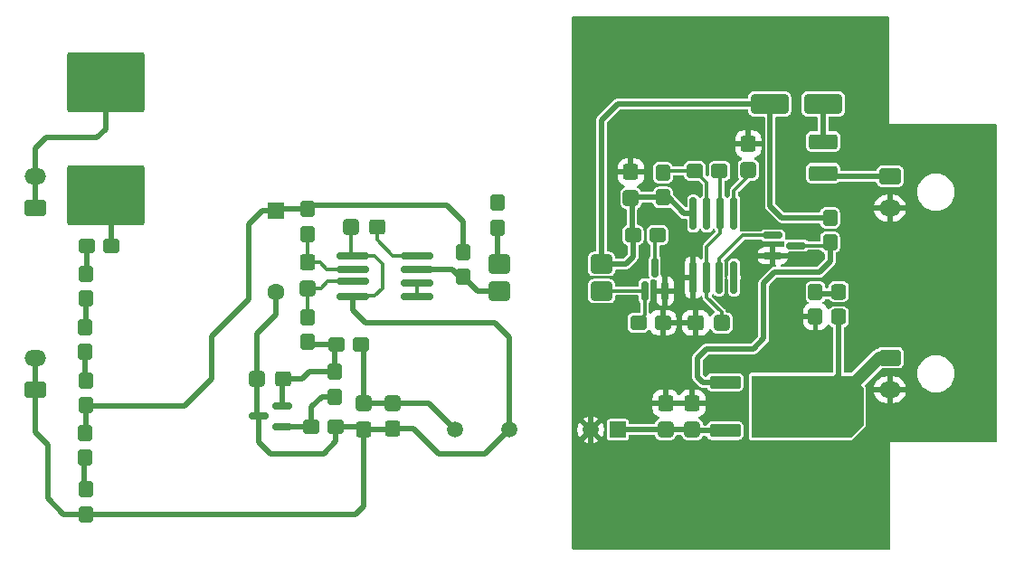
<source format=gbr>
%TF.GenerationSoftware,KiCad,Pcbnew,9.0.2*%
%TF.CreationDate,2025-07-25T15:12:23+08:00*%
%TF.ProjectId,tsal_r_v3,7473616c-5f72-45f7-9633-2e6b69636164,rev?*%
%TF.SameCoordinates,Original*%
%TF.FileFunction,Copper,L1,Top*%
%TF.FilePolarity,Positive*%
%FSLAX46Y46*%
G04 Gerber Fmt 4.6, Leading zero omitted, Abs format (unit mm)*
G04 Created by KiCad (PCBNEW 9.0.2) date 2025-07-25 15:12:23*
%MOMM*%
%LPD*%
G01*
G04 APERTURE LIST*
G04 Aperture macros list*
%AMRoundRect*
0 Rectangle with rounded corners*
0 $1 Rounding radius*
0 $2 $3 $4 $5 $6 $7 $8 $9 X,Y pos of 4 corners*
0 Add a 4 corners polygon primitive as box body*
4,1,4,$2,$3,$4,$5,$6,$7,$8,$9,$2,$3,0*
0 Add four circle primitives for the rounded corners*
1,1,$1+$1,$2,$3*
1,1,$1+$1,$4,$5*
1,1,$1+$1,$6,$7*
1,1,$1+$1,$8,$9*
0 Add four rect primitives between the rounded corners*
20,1,$1+$1,$2,$3,$4,$5,0*
20,1,$1+$1,$4,$5,$6,$7,0*
20,1,$1+$1,$6,$7,$8,$9,0*
20,1,$1+$1,$8,$9,$2,$3,0*%
%AMOutline5P*
0 Free polygon, 5 corners , with rotation*
0 The origin of the aperture is its center*
0 number of corners: always 5*
0 $1 to $10 corner X, Y*
0 $11 Rotation angle, in degrees counterclockwise*
0 create outline with 5 corners*
4,1,5,$1,$2,$3,$4,$5,$6,$7,$8,$9,$10,$1,$2,$11*%
%AMOutline6P*
0 Free polygon, 6 corners , with rotation*
0 The origin of the aperture is its center*
0 number of corners: always 6*
0 $1 to $12 corner X, Y*
0 $13 Rotation angle, in degrees counterclockwise*
0 create outline with 6 corners*
4,1,6,$1,$2,$3,$4,$5,$6,$7,$8,$9,$10,$11,$12,$1,$2,$13*%
%AMOutline7P*
0 Free polygon, 7 corners , with rotation*
0 The origin of the aperture is its center*
0 number of corners: always 7*
0 $1 to $14 corner X, Y*
0 $15 Rotation angle, in degrees counterclockwise*
0 create outline with 7 corners*
4,1,7,$1,$2,$3,$4,$5,$6,$7,$8,$9,$10,$11,$12,$13,$14,$1,$2,$15*%
%AMOutline8P*
0 Free polygon, 8 corners , with rotation*
0 The origin of the aperture is its center*
0 number of corners: always 8*
0 $1 to $16 corner X, Y*
0 $17 Rotation angle, in degrees counterclockwise*
0 create outline with 8 corners*
4,1,8,$1,$2,$3,$4,$5,$6,$7,$8,$9,$10,$11,$12,$13,$14,$15,$16,$1,$2,$17*%
G04 Aperture macros list end*
%TA.AperFunction,ComponentPad*%
%ADD10R,1.500000X1.500000*%
%TD*%
%TA.AperFunction,ComponentPad*%
%ADD11C,1.500000*%
%TD*%
%TA.AperFunction,SMDPad,CuDef*%
%ADD12RoundRect,0.305575X0.460025X0.412525X-0.460025X0.412525X-0.460025X-0.412525X0.460025X-0.412525X0*%
%TD*%
%TA.AperFunction,SMDPad,CuDef*%
%ADD13RoundRect,0.308511X0.457089X0.416489X-0.457089X0.416489X-0.457089X-0.416489X0.457089X-0.416489X0*%
%TD*%
%TA.AperFunction,ComponentPad*%
%ADD14RoundRect,0.250001X0.759999X-0.499999X0.759999X0.499999X-0.759999X0.499999X-0.759999X-0.499999X0*%
%TD*%
%TA.AperFunction,ComponentPad*%
%ADD15O,2.020000X1.500000*%
%TD*%
%TA.AperFunction,SMDPad,CuDef*%
%ADD16RoundRect,0.278125X-0.389375X0.474375X-0.389375X-0.474375X0.389375X-0.474375X0.389375X0.474375X0*%
%TD*%
%TA.AperFunction,ComponentPad*%
%ADD17RoundRect,0.250001X-0.759999X0.499999X-0.759999X-0.499999X0.759999X-0.499999X0.759999X0.499999X0*%
%TD*%
%TA.AperFunction,SMDPad,CuDef*%
%ADD18RoundRect,0.150000X0.150000X-1.350000X0.150000X1.350000X-0.150000X1.350000X-0.150000X-1.350000X0*%
%TD*%
%TA.AperFunction,SMDPad,CuDef*%
%ADD19RoundRect,0.150000X0.150000X-1.337500X0.150000X1.337500X-0.150000X1.337500X-0.150000X-1.337500X0*%
%TD*%
%TA.AperFunction,SMDPad,CuDef*%
%ADD20RoundRect,0.305575X0.412525X-0.460025X0.412525X0.460025X-0.412525X0.460025X-0.412525X-0.460025X0*%
%TD*%
%TA.AperFunction,SMDPad,CuDef*%
%ADD21RoundRect,0.308511X0.416489X-0.457089X0.416489X0.457089X-0.416489X0.457089X-0.416489X-0.457089X0*%
%TD*%
%TA.AperFunction,SMDPad,CuDef*%
%ADD22RoundRect,0.251116X3.376384X-2.561384X3.376384X2.561384X-3.376384X2.561384X-3.376384X-2.561384X0*%
%TD*%
%TA.AperFunction,SMDPad,CuDef*%
%ADD23RoundRect,0.305575X-0.460025X-0.412525X0.460025X-0.412525X0.460025X0.412525X-0.460025X0.412525X0*%
%TD*%
%TA.AperFunction,SMDPad,CuDef*%
%ADD24RoundRect,0.308511X-0.457089X-0.416489X0.457089X-0.416489X0.457089X0.416489X-0.457089X0.416489X0*%
%TD*%
%TA.AperFunction,SMDPad,CuDef*%
%ADD25RoundRect,0.305575X-0.412525X0.460025X-0.412525X-0.460025X0.412525X-0.460025X0.412525X0.460025X0*%
%TD*%
%TA.AperFunction,SMDPad,CuDef*%
%ADD26RoundRect,0.308511X-0.416489X0.457089X-0.416489X-0.457089X0.416489X-0.457089X0.416489X0.457089X0*%
%TD*%
%TA.AperFunction,SMDPad,CuDef*%
%ADD27RoundRect,0.150000X-1.350000X-0.150000X1.350000X-0.150000X1.350000X0.150000X-1.350000X0.150000X0*%
%TD*%
%TA.AperFunction,SMDPad,CuDef*%
%ADD28RoundRect,0.150000X-1.337500X-0.150000X1.337500X-0.150000X1.337500X0.150000X-1.337500X0.150000X0*%
%TD*%
%TA.AperFunction,SMDPad,CuDef*%
%ADD29RoundRect,0.250001X1.074999X-0.462499X1.074999X0.462499X-1.074999X0.462499X-1.074999X-0.462499X0*%
%TD*%
%TA.AperFunction,SMDPad,CuDef*%
%ADD30RoundRect,0.150000X0.750000X0.150000X-0.750000X0.150000X-0.750000X-0.150000X0.750000X-0.150000X0*%
%TD*%
%TA.AperFunction,SMDPad,CuDef*%
%ADD31RoundRect,0.278125X0.389375X-0.474375X0.389375X0.474375X-0.389375X0.474375X-0.389375X-0.474375X0*%
%TD*%
%TA.AperFunction,ComponentPad*%
%ADD32RoundRect,0.250000X-0.550000X0.550000X-0.550000X-0.550000X0.550000X-0.550000X0.550000X0.550000X0*%
%TD*%
%TA.AperFunction,ComponentPad*%
%ADD33C,1.600000*%
%TD*%
%TA.AperFunction,SMDPad,CuDef*%
%ADD34RoundRect,0.278125X-0.474375X-0.389375X0.474375X-0.389375X0.474375X0.389375X-0.474375X0.389375X0*%
%TD*%
%TA.AperFunction,SMDPad,CuDef*%
%ADD35RoundRect,0.150000X-0.750000X-0.150000X0.750000X-0.150000X0.750000X0.150000X-0.750000X0.150000X0*%
%TD*%
%TA.AperFunction,SMDPad,CuDef*%
%ADD36RoundRect,0.278125X0.474375X0.389375X-0.474375X0.389375X-0.474375X-0.389375X0.474375X-0.389375X0*%
%TD*%
%TA.AperFunction,SMDPad,CuDef*%
%ADD37RoundRect,0.250000X-1.230000X-0.350000X1.230000X-0.350000X1.230000X0.350000X-1.230000X0.350000X0*%
%TD*%
%TA.AperFunction,SMDPad,CuDef*%
%ADD38Outline6P,-5.220000X2.900000X4.060000X2.900000X5.220000X1.740000X5.220000X-1.740000X4.060000X-2.900000X-5.220000X-2.900000X0.000000*%
%TD*%
%TA.AperFunction,SMDPad,CuDef*%
%ADD39RoundRect,0.250000X-1.500000X-0.650000X1.500000X-0.650000X1.500000X0.650000X-1.500000X0.650000X0*%
%TD*%
%TA.AperFunction,SMDPad,CuDef*%
%ADD40RoundRect,0.150000X0.150000X-0.750000X0.150000X0.750000X-0.150000X0.750000X-0.150000X-0.750000X0*%
%TD*%
%TA.AperFunction,SMDPad,CuDef*%
%ADD41RoundRect,0.249999X-0.750001X-0.640001X0.750001X-0.640001X0.750001X0.640001X-0.750001X0.640001X0*%
%TD*%
%TA.AperFunction,SMDPad,CuDef*%
%ADD42RoundRect,0.304348X-0.395652X0.420652X-0.395652X-0.420652X0.395652X-0.420652X0.395652X0.420652X0*%
%TD*%
%TA.AperFunction,ViaPad*%
%ADD43C,0.700000*%
%TD*%
%TA.AperFunction,Conductor*%
%ADD44C,0.500000*%
%TD*%
%TA.AperFunction,Conductor*%
%ADD45C,0.300000*%
%TD*%
%TA.AperFunction,Conductor*%
%ADD46C,1.200000*%
%TD*%
G04 APERTURE END LIST*
D10*
%TO.P,U3,1,+Vin*%
%TO.N,VCC*%
X79540000Y-113750000D03*
D11*
%TO.P,U3,2,-Vin*%
%TO.N,GLV-*%
X77000000Y-113750000D03*
%TO.P,U3,4,-Vout*%
%TO.N,GND*%
X69380000Y-113750000D03*
%TO.P,U3,6,+Vout*%
%TO.N,+12V*%
X64300000Y-113750000D03*
%TD*%
D12*
%TO.P,C3,1*%
%TO.N,+12V*%
X57000000Y-94730000D03*
D13*
%TO.P,C3,2*%
%TO.N,GND*%
X54568800Y-94723100D03*
%TD*%
D14*
%TO.P,J2,1,Pin_1*%
%TO.N,GND*%
X25000000Y-110000000D03*
D15*
%TO.P,J2,2,Pin_2*%
X25000000Y-107000000D03*
%TD*%
D16*
%TO.P,R9,1*%
%TO.N,Net-(R8-Pad1)*%
X29739603Y-119347500D03*
%TO.P,R9,2*%
%TO.N,GND*%
X29739603Y-121652500D03*
%TD*%
%TO.P,R11,1*%
%TO.N,Net-(LM1--)*%
X50532500Y-103195000D03*
%TO.P,R11,2*%
%TO.N,/Vref*%
X50532500Y-105500000D03*
%TD*%
%TO.P,R16,1*%
%TO.N,Net-(U2-DIS)*%
X83750000Y-89695000D03*
%TO.P,R16,2*%
%TO.N,VCC*%
X83750000Y-92000000D03*
%TD*%
D17*
%TO.P,J3,1,Pin_1*%
%TO.N,GLV+*%
X105000000Y-90000000D03*
D15*
%TO.P,J3,2,Pin_2*%
%TO.N,GLV-*%
X105000000Y-93000000D03*
%TD*%
D18*
%TO.P,U2,1,GND*%
%TO.N,GLV-*%
X86595000Y-99500000D03*
%TO.P,U2,2,TR*%
%TO.N,Net-(U2-THR)*%
X87865000Y-99500000D03*
D19*
%TO.P,U2,3,Q*%
%TO.N,Net-(U2-Q)*%
X89000000Y-99512500D03*
D18*
%TO.P,U2,4,R*%
%TO.N,Net-(U2-R)*%
X90405000Y-99500000D03*
%TO.P,U2,5,CV*%
%TO.N,Net-(U2-CV)*%
X90405000Y-93500000D03*
%TO.P,U2,6,THR*%
%TO.N,Net-(U2-THR)*%
X89135000Y-93500000D03*
%TO.P,U2,7,DIS*%
%TO.N,Net-(U2-DIS)*%
X87865000Y-93500000D03*
%TO.P,U2,8,VCC*%
%TO.N,VCC*%
X86595000Y-93500000D03*
%TD*%
D20*
%TO.P,C9,1*%
%TO.N,GND*%
X55708700Y-113715600D03*
D21*
%TO.P,C9,2*%
%TO.N,+12V*%
X55715600Y-111284400D03*
%TD*%
D22*
%TO.P,F1,1*%
%TO.N,Net-(F1-Pad1)*%
X31600000Y-91800000D03*
%TO.P,F1,2*%
%TO.N,Net-(J1-Pin_1)*%
X31600000Y-81250000D03*
%TD*%
D14*
%TO.P,J1,1,Pin_1*%
%TO.N,Net-(J1-Pin_1)*%
X25000000Y-93000000D03*
D15*
%TO.P,J1,2,Pin_2*%
X25000000Y-90000000D03*
%TD*%
D20*
%TO.P,C4,1*%
%TO.N,GND*%
X58444600Y-113681200D03*
D21*
%TO.P,C4,2*%
%TO.N,+12V*%
X58451500Y-111250000D03*
%TD*%
D23*
%TO.P,C8,1*%
%TO.N,GLV-*%
X86818800Y-103743100D03*
D24*
%TO.P,C8,2*%
%TO.N,Net-(U2-THR)*%
X89250000Y-103750000D03*
%TD*%
D25*
%TO.P,C5,1*%
%TO.N,GLV-*%
X86506900Y-111284400D03*
D26*
%TO.P,C5,2*%
%TO.N,VCC*%
X86500000Y-113715600D03*
%TD*%
D27*
%TO.P,LM1,1,GND*%
%TO.N,GND*%
X54750000Y-97460000D03*
%TO.P,LM1,2,+*%
%TO.N,Net-(LM1-+)*%
X54750000Y-98730000D03*
D28*
%TO.P,LM1,3,-*%
%TO.N,Net-(LM1--)*%
X54737500Y-99865000D03*
D27*
%TO.P,LM1,4,V-*%
%TO.N,GND*%
X54750000Y-101270000D03*
%TO.P,LM1,5,BAL*%
%TO.N,Net-(LM1-BAL)*%
X60750000Y-101270000D03*
%TO.P,LM1,6,STRB*%
X60750000Y-100000000D03*
%TO.P,LM1,7*%
%TO.N,Net-(LM1-Pad7)*%
X60750000Y-98730000D03*
%TO.P,LM1,8,V+*%
%TO.N,+12V*%
X60750000Y-97460000D03*
%TD*%
D25*
%TO.P,C2,1*%
%TO.N,Net-(LM1-+)*%
X50506900Y-98088800D03*
D26*
%TO.P,C2,2*%
%TO.N,Net-(LM1--)*%
X50500000Y-100520000D03*
%TD*%
D29*
%TO.P,F2,1*%
%TO.N,GLV+*%
X98750000Y-89737500D03*
%TO.P,F2,2*%
%TO.N,Net-(D2-A)*%
X98750000Y-86762500D03*
%TD*%
D25*
%TO.P,C6,1*%
%TO.N,GLV-*%
X80750000Y-89631900D03*
D26*
%TO.P,C6,2*%
%TO.N,VCC*%
X80743100Y-92063100D03*
%TD*%
D12*
%TO.P,C1,1*%
%TO.N,/Vref*%
X48215600Y-109006900D03*
D13*
%TO.P,C1,2*%
%TO.N,GND*%
X45784400Y-109000000D03*
%TD*%
D30*
%TO.P,U1,1,REF*%
%TO.N,Net-(U1-REF)*%
X48100000Y-113450000D03*
%TO.P,U1,2,K*%
%TO.N,/Vref*%
X48100000Y-111550000D03*
%TO.P,U1,3,A*%
%TO.N,GND*%
X45900000Y-112500000D03*
%TD*%
D16*
%TO.P,R1,1*%
%TO.N,/Vref*%
X53032500Y-108347500D03*
%TO.P,R1,2*%
%TO.N,Net-(U1-REF)*%
X53032500Y-110652500D03*
%TD*%
%TO.P,R12,1*%
%TO.N,/Vin*%
X65032500Y-97097500D03*
%TO.P,R12,2*%
%TO.N,Net-(LM1-Pad7)*%
X65032500Y-99402500D03*
%TD*%
%TO.P,R5,1*%
%TO.N,Net-(R3-Pad2)*%
X29760000Y-99132500D03*
%TO.P,R5,2*%
%TO.N,Net-(R5-Pad2)*%
X29760000Y-101437500D03*
%TD*%
D31*
%TO.P,R10,1*%
%TO.N,Net-(LM1-+)*%
X50467500Y-95402500D03*
%TO.P,R10,2*%
%TO.N,/Vin*%
X50467500Y-93097500D03*
%TD*%
D32*
%TO.P,D1,1,K*%
%TO.N,/Vin*%
X47500000Y-93250000D03*
D33*
%TO.P,D1,2,A*%
%TO.N,GND*%
X47500000Y-100870000D03*
%TD*%
D34*
%TO.P,R4,1*%
%TO.N,/Vref*%
X53195000Y-105750000D03*
%TO.P,R4,2*%
%TO.N,+12V*%
X55500000Y-105750000D03*
%TD*%
D35*
%TO.P,U5,1,G*%
%TO.N,Net-(U2-Q)*%
X94050000Y-95550000D03*
%TO.P,U5,2,S*%
%TO.N,GLV-*%
X94050000Y-97450000D03*
%TO.P,U5,3,D*%
%TO.N,Net-(Q2-G)*%
X96250000Y-96500000D03*
%TD*%
D16*
%TO.P,R19,1*%
%TO.N,Net-(D3-K)*%
X98032500Y-100847500D03*
%TO.P,R19,2*%
%TO.N,GLV-*%
X98032500Y-103152500D03*
%TD*%
D36*
%TO.P,R15,1*%
%TO.N,Net-(U2-R)*%
X83250000Y-95532500D03*
%TO.P,R15,2*%
%TO.N,VCC*%
X80945000Y-95532500D03*
%TD*%
D37*
%TO.P,Q2,1,G*%
%TO.N,Net-(Q2-G)*%
X89580000Y-109292500D03*
D38*
%TO.P,Q2,2,S*%
%TO.N,/RED+*%
X97280000Y-111572500D03*
D37*
%TO.P,Q2,3,D*%
%TO.N,VCC*%
X89580000Y-113852500D03*
%TD*%
D39*
%TO.P,D2,1,K*%
%TO.N,VCC*%
X93750000Y-83250000D03*
%TO.P,D2,2,A*%
%TO.N,Net-(D2-A)*%
X98750000Y-83250000D03*
%TD*%
D36*
%TO.P,R17,1*%
%TO.N,Net-(U2-THR)*%
X89055000Y-89500000D03*
%TO.P,R17,2*%
%TO.N,Net-(U2-DIS)*%
X86750000Y-89500000D03*
%TD*%
D31*
%TO.P,R6,1*%
%TO.N,Net-(R6-Pad1)*%
X29695000Y-106447500D03*
%TO.P,R6,2*%
%TO.N,Net-(R5-Pad2)*%
X29695000Y-104142500D03*
%TD*%
D16*
%TO.P,R7,1*%
%TO.N,Net-(R6-Pad1)*%
X29737500Y-109142500D03*
%TO.P,R7,2*%
%TO.N,/Vin*%
X29737500Y-111447500D03*
%TD*%
D40*
%TO.P,U4,1,G*%
%TO.N,Net-(U4-G)*%
X82050000Y-100750000D03*
%TO.P,U4,2,S*%
%TO.N,GLV-*%
X83950000Y-100750000D03*
%TO.P,U4,3,D*%
%TO.N,Net-(U2-R)*%
X83000000Y-98550000D03*
%TD*%
D41*
%TO.P,U7,1*%
%TO.N,Net-(R13-Pad2)*%
X68485000Y-98230000D03*
%TO.P,U7,2*%
%TO.N,Net-(LM1-Pad7)*%
X68485000Y-100770000D03*
%TO.P,U7,3*%
%TO.N,Net-(U4-G)*%
X78015000Y-100770000D03*
%TO.P,U7,4*%
%TO.N,VCC*%
X78015000Y-98230000D03*
%TD*%
D16*
%TO.P,R20,1*%
%TO.N,VCC*%
X99400000Y-93895000D03*
%TO.P,R20,2*%
%TO.N,Net-(Q2-G)*%
X99400000Y-96200000D03*
%TD*%
D31*
%TO.P,R8,1*%
%TO.N,Net-(R8-Pad1)*%
X29672500Y-116350000D03*
%TO.P,R8,2*%
%TO.N,/Vin*%
X29672500Y-114045000D03*
%TD*%
D16*
%TO.P,R13,1*%
%TO.N,+12V*%
X68250000Y-92500000D03*
%TO.P,R13,2*%
%TO.N,Net-(R13-Pad2)*%
X68250000Y-94805000D03*
%TD*%
D36*
%TO.P,R3,1*%
%TO.N,Net-(F1-Pad1)*%
X32100000Y-96532500D03*
%TO.P,R3,2*%
%TO.N,Net-(R3-Pad2)*%
X29795000Y-96532500D03*
%TD*%
D25*
%TO.P,C7,1*%
%TO.N,GLV-*%
X91750000Y-87000000D03*
D26*
%TO.P,C7,2*%
%TO.N,Net-(U2-CV)*%
X91743100Y-89431200D03*
%TD*%
D34*
%TO.P,R14,1*%
%TO.N,Net-(U4-G)*%
X81445000Y-103717500D03*
%TO.P,R14,2*%
%TO.N,GLV-*%
X83750000Y-103717500D03*
%TD*%
D42*
%TO.P,D3,1,K*%
%TO.N,Net-(D3-K)*%
X100200000Y-100825000D03*
%TO.P,D3,2,A*%
%TO.N,/RED+*%
X100200000Y-103175000D03*
%TD*%
D17*
%TO.P,J4,1,Pin_1*%
%TO.N,/RED+*%
X105000000Y-107000000D03*
D15*
%TO.P,J4,2,Pin_2*%
%TO.N,GLV-*%
X105000000Y-110000000D03*
%TD*%
D25*
%TO.P,C10,1*%
%TO.N,GLV-*%
X84006900Y-111284400D03*
D26*
%TO.P,C10,2*%
%TO.N,VCC*%
X84000000Y-113715600D03*
%TD*%
D34*
%TO.P,R2,1*%
%TO.N,Net-(U1-REF)*%
X50847500Y-113467500D03*
%TO.P,R2,2*%
%TO.N,GND*%
X53152500Y-113467500D03*
%TD*%
D43*
%TO.N,+12V*%
X57000000Y-94730000D03*
X68250000Y-92500000D03*
X55500000Y-105750000D03*
%TO.N,VCC*%
X78015000Y-98230000D03*
%TO.N,GLV-*%
X87500000Y-77500000D03*
X87500000Y-117500000D03*
X102500000Y-82500000D03*
X97500000Y-122500000D03*
X97500000Y-117500000D03*
X87500000Y-122500000D03*
X92500000Y-122500000D03*
X92500000Y-77500000D03*
X82500000Y-85000000D03*
X95000000Y-105000000D03*
X77500000Y-117500000D03*
X97500000Y-77500000D03*
X110000000Y-100000000D03*
X102500000Y-122500000D03*
X87500000Y-85000000D03*
X102500000Y-77500000D03*
X92500000Y-117500000D03*
X82500000Y-117500000D03*
X77400000Y-82400000D03*
X102500000Y-117500000D03*
%TO.N,Net-(U2-R)*%
X83250000Y-95532500D03*
X90405000Y-99500000D03*
%TD*%
D44*
%TO.N,GND*%
X55950000Y-103750000D02*
X68000000Y-103750000D01*
X69360000Y-113730000D02*
X69380000Y-113750000D01*
X69380000Y-113750000D02*
X67130000Y-116000000D01*
D45*
X57500000Y-100480000D02*
X57500000Y-98230000D01*
D44*
X45900000Y-112500000D02*
X45900000Y-114900000D01*
X26200000Y-120200000D02*
X27652500Y-121652500D01*
X47500000Y-100870000D02*
X47500000Y-103000000D01*
X55708700Y-120891300D02*
X55708700Y-113715600D01*
X25000000Y-107000000D02*
X25000000Y-110000000D01*
X55460600Y-113467500D02*
X55708700Y-113715600D01*
X27652500Y-121652500D02*
X29739603Y-121652500D01*
D45*
X56750000Y-101230000D02*
X57500000Y-100480000D01*
D44*
X54750000Y-102550000D02*
X55950000Y-103750000D01*
X58410200Y-113715600D02*
X58444600Y-113681200D01*
X45900000Y-114900000D02*
X47000000Y-116000000D01*
D45*
X54568800Y-97278800D02*
X54750000Y-97460000D01*
X54790000Y-101230000D02*
X56750000Y-101230000D01*
D44*
X47000000Y-116000000D02*
X52000000Y-116000000D01*
X25000000Y-114000000D02*
X26200000Y-115200000D01*
X68000000Y-103750000D02*
X69360000Y-105110000D01*
X55674300Y-113750000D02*
X55708700Y-113715600D01*
X26200000Y-115200000D02*
X26200000Y-120200000D01*
X55708700Y-113715600D02*
X58410200Y-113715600D01*
X53152500Y-114847500D02*
X53152500Y-113467500D01*
X60431200Y-113681200D02*
X58444600Y-113681200D01*
X45784400Y-112384400D02*
X45900000Y-112500000D01*
X62750000Y-116000000D02*
X60431200Y-113681200D01*
D45*
X54750000Y-101270000D02*
X54790000Y-101230000D01*
D44*
X52000000Y-116000000D02*
X53152500Y-114847500D01*
X69360000Y-105110000D02*
X69360000Y-113730000D01*
X53152500Y-113467500D02*
X55460600Y-113467500D01*
X54750000Y-101270000D02*
X54750000Y-102550000D01*
D45*
X57500000Y-98230000D02*
X56730000Y-97460000D01*
D44*
X25000000Y-110000000D02*
X25000000Y-114000000D01*
D45*
X54568800Y-94723100D02*
X54568800Y-97278800D01*
D44*
X45784400Y-109000000D02*
X45784400Y-112384400D01*
X29739603Y-121652500D02*
X54947500Y-121652500D01*
X54947500Y-121652500D02*
X55708700Y-120891300D01*
X45784400Y-109000000D02*
X45784400Y-104715600D01*
X67130000Y-116000000D02*
X62750000Y-116000000D01*
D45*
X56730000Y-97460000D02*
X54750000Y-97460000D01*
D44*
X45784400Y-104715600D02*
X47500000Y-103000000D01*
%TO.N,/Vref*%
X48215600Y-109006900D02*
X49993100Y-109006900D01*
X53032500Y-108347500D02*
X50652500Y-108347500D01*
X48100000Y-111550000D02*
X48100000Y-109122500D01*
X53195000Y-105750000D02*
X50750000Y-105750000D01*
X50652500Y-108347500D02*
X49993100Y-109006900D01*
X53032500Y-108347500D02*
X53032500Y-105912500D01*
X53032500Y-105912500D02*
X53195000Y-105750000D01*
D45*
X50750000Y-105750000D02*
X50500000Y-105500000D01*
D44*
X48100000Y-109122500D02*
X48215600Y-109006900D01*
D45*
%TO.N,Net-(LM1--)*%
X52399400Y-99865000D02*
X51744400Y-100520000D01*
X54737500Y-99865000D02*
X52399400Y-99865000D01*
X51744400Y-100520000D02*
X50500000Y-100520000D01*
X50500000Y-103195000D02*
X50500000Y-100520000D01*
%TO.N,Net-(LM1-+)*%
X52284400Y-98730000D02*
X54750000Y-98730000D01*
X50506900Y-98088800D02*
X50506900Y-95441900D01*
X50506900Y-98088800D02*
X51643200Y-98088800D01*
X51643200Y-98088800D02*
X52284400Y-98730000D01*
X50506900Y-95441900D02*
X50467500Y-95402500D01*
D44*
%TO.N,+12V*%
X61800000Y-111250000D02*
X64300000Y-113750000D01*
X58417100Y-111284400D02*
X58451500Y-111250000D01*
X55715600Y-105965600D02*
X55500000Y-105750000D01*
D45*
X57000000Y-95980000D02*
X57000000Y-94730000D01*
D44*
X55715600Y-111284400D02*
X58417100Y-111284400D01*
X55715600Y-111284400D02*
X55715600Y-105965600D01*
X58451500Y-111250000D02*
X61800000Y-111250000D01*
D45*
X58480000Y-97460000D02*
X57000000Y-95980000D01*
X60750000Y-97460000D02*
X58480000Y-97460000D01*
D44*
%TO.N,VCC*%
X81347500Y-95532500D02*
X80850000Y-95035000D01*
X80850000Y-95035000D02*
X80850000Y-92170000D01*
X99400000Y-93895000D02*
X94895000Y-93895000D01*
X78015000Y-84785000D02*
X79550000Y-83250000D01*
X93800000Y-92800000D02*
X93800000Y-83300000D01*
X79574400Y-113715600D02*
X86500000Y-113715600D01*
X86500000Y-113715600D02*
X86636900Y-113852500D01*
X80945000Y-97555000D02*
X80270000Y-98230000D01*
X80270000Y-98230000D02*
X78015000Y-98230000D01*
X80850000Y-92170000D02*
X80743100Y-92063100D01*
X86595000Y-93500000D02*
X85750000Y-93500000D01*
X80945000Y-95532500D02*
X80945000Y-97555000D01*
X79550000Y-83250000D02*
X93750000Y-83250000D01*
X79540000Y-113750000D02*
X79574400Y-113715600D01*
X83750000Y-92000000D02*
X80806200Y-92000000D01*
X85750000Y-93500000D02*
X84250000Y-92000000D01*
X93800000Y-83300000D02*
X93750000Y-83250000D01*
X81347500Y-95532500D02*
X80950000Y-95135000D01*
X78015000Y-98230000D02*
X78015000Y-84785000D01*
X84250000Y-92000000D02*
X83750000Y-92000000D01*
X80806200Y-92000000D02*
X80743100Y-92063100D01*
X86636900Y-113852500D02*
X90800000Y-113852500D01*
X94895000Y-93895000D02*
X93800000Y-92800000D01*
%TO.N,GLV-*%
X84006900Y-111284400D02*
X86506900Y-111284400D01*
X77965600Y-111284400D02*
X84006900Y-111284400D01*
X77000000Y-113750000D02*
X77000000Y-117000000D01*
X77000000Y-112250000D02*
X77000000Y-113750000D01*
X77000000Y-117000000D02*
X77500000Y-117500000D01*
X77965600Y-111284400D02*
X77000000Y-112250000D01*
D45*
%TO.N,Net-(U2-CV)*%
X90405000Y-93500000D02*
X90405000Y-91345000D01*
X90405000Y-91345000D02*
X91743100Y-90006900D01*
X91743100Y-90006900D02*
X91743100Y-89431200D01*
%TO.N,Net-(U2-THR)*%
X89135000Y-93500000D02*
X89135000Y-89580000D01*
X89250000Y-102750000D02*
X89250000Y-103750000D01*
X89135000Y-89580000D02*
X89055000Y-89500000D01*
X87865000Y-99500000D02*
X87865000Y-101365000D01*
X87865000Y-96635000D02*
X87865000Y-99500000D01*
X87865000Y-101365000D02*
X89250000Y-102750000D01*
X89135000Y-93500000D02*
X89135000Y-95365000D01*
X89135000Y-95365000D02*
X87865000Y-96635000D01*
D44*
%TO.N,/Vin*%
X45000000Y-101500000D02*
X45000000Y-94500000D01*
D45*
X47652500Y-93097500D02*
X47500000Y-93250000D01*
D44*
X39000000Y-111500000D02*
X41500000Y-109000000D01*
X29737500Y-113980000D02*
X29672500Y-114045000D01*
X29737500Y-111447500D02*
X29790000Y-111500000D01*
X29737500Y-111447500D02*
X29737500Y-113980000D01*
X29790000Y-111500000D02*
X39000000Y-111500000D01*
X63500000Y-92750000D02*
X65032500Y-94282500D01*
X45000000Y-94500000D02*
X46250000Y-93250000D01*
X65032500Y-94282500D02*
X65032500Y-97097500D01*
X50467500Y-93097500D02*
X50815000Y-92750000D01*
X41500000Y-109000000D02*
X41500000Y-105000000D01*
X50815000Y-92750000D02*
X63500000Y-92750000D01*
X41500000Y-105000000D02*
X45000000Y-101500000D01*
X50467500Y-93097500D02*
X47652500Y-93097500D01*
X46250000Y-93250000D02*
X47500000Y-93250000D01*
%TO.N,GLV+*%
X99012500Y-90000000D02*
X98750000Y-89737500D01*
X105000000Y-90000000D02*
X99012500Y-90000000D01*
%TO.N,Net-(D3-K)*%
X100325000Y-101000000D02*
X98380000Y-101000000D01*
X98380000Y-101000000D02*
X98032500Y-101347500D01*
D46*
%TO.N,/RED+*%
X105000000Y-107000000D02*
X104000000Y-107000000D01*
X99427500Y-111572500D02*
X97280000Y-111572500D01*
D44*
X100200000Y-103175000D02*
X100200000Y-108652500D01*
X100200000Y-108652500D02*
X97280000Y-111572500D01*
D46*
X104000000Y-107000000D02*
X99427500Y-111572500D01*
D44*
%TO.N,Net-(F1-Pad1)*%
X32100000Y-96532500D02*
X32100000Y-92300000D01*
X32100000Y-92300000D02*
X31600000Y-91800000D01*
%TO.N,Net-(J1-Pin_1)*%
X25000000Y-87400000D02*
X25000000Y-90000000D01*
X31600000Y-85600000D02*
X30800000Y-86400000D01*
X26000000Y-86400000D02*
X25000000Y-87400000D01*
X31600000Y-81250000D02*
X31600000Y-85600000D01*
X25000000Y-93000000D02*
X25000000Y-90000000D01*
X30800000Y-86400000D02*
X26000000Y-86400000D01*
%TO.N,Net-(LM1-Pad7)*%
X66400000Y-100770000D02*
X65032500Y-99402500D01*
X65250000Y-99902500D02*
X64077500Y-98730000D01*
X68485000Y-100770000D02*
X66400000Y-100770000D01*
X64077500Y-98730000D02*
X60750000Y-98730000D01*
D45*
%TO.N,Net-(LM1-BAL)*%
X60750000Y-100000000D02*
X60750000Y-101270000D01*
D44*
%TO.N,Net-(Q2-G)*%
X92200000Y-106200000D02*
X93200000Y-105200000D01*
D45*
X99100000Y-96500000D02*
X99400000Y-96200000D01*
D44*
X87000000Y-107000000D02*
X87800000Y-106200000D01*
X94200000Y-99000000D02*
X98400000Y-99000000D01*
X87800000Y-106200000D02*
X92200000Y-106200000D01*
D45*
X96250000Y-96500000D02*
X99100000Y-96500000D01*
D44*
X87000000Y-108800000D02*
X87000000Y-107000000D01*
X99400000Y-98000000D02*
X99400000Y-96200000D01*
X93200000Y-100000000D02*
X94200000Y-99000000D01*
X89580000Y-109292500D02*
X87492500Y-109292500D01*
X87492500Y-109292500D02*
X87000000Y-108800000D01*
X98400000Y-99000000D02*
X99400000Y-98000000D01*
X93200000Y-105200000D02*
X93200000Y-100000000D01*
%TO.N,Net-(U1-REF)*%
X50847500Y-113467500D02*
X50847500Y-111652500D01*
X48100000Y-113450000D02*
X50830000Y-113450000D01*
X50830000Y-113450000D02*
X50847500Y-113467500D01*
X50847500Y-111652500D02*
X51847500Y-110652500D01*
X51847500Y-110652500D02*
X53032500Y-110652500D01*
%TO.N,Net-(R3-Pad2)*%
X29795000Y-96532500D02*
X29795000Y-99097500D01*
X29795000Y-99097500D02*
X29760000Y-99132500D01*
%TO.N,Net-(R5-Pad2)*%
X29760000Y-101437500D02*
X29760000Y-104077500D01*
X29760000Y-104077500D02*
X29695000Y-104142500D01*
%TO.N,Net-(R6-Pad1)*%
X29695000Y-106447500D02*
X29695000Y-109100000D01*
X29695000Y-109100000D02*
X29737500Y-109142500D01*
%TO.N,Net-(R8-Pad1)*%
X29591250Y-119045000D02*
X29591250Y-116431250D01*
X29591250Y-116431250D02*
X29672500Y-116350000D01*
%TO.N,Net-(R13-Pad2)*%
X68250000Y-97995000D02*
X68485000Y-98230000D01*
X68250000Y-94805000D02*
X68250000Y-97995000D01*
D45*
%TO.N,Net-(U4-G)*%
X82050000Y-100750000D02*
X78035000Y-100750000D01*
X82050000Y-100750000D02*
X82050000Y-103015000D01*
X78035000Y-100750000D02*
X78015000Y-100770000D01*
X82050000Y-103015000D02*
X81347500Y-103717500D01*
%TO.N,Net-(U2-R)*%
X83250000Y-95532500D02*
X83250000Y-95935000D01*
X83250000Y-95935000D02*
X83000000Y-96185000D01*
X83000000Y-96185000D02*
X83000000Y-98550000D01*
%TO.N,Net-(U2-DIS)*%
X87865000Y-90615000D02*
X87865000Y-93500000D01*
X86750000Y-89500000D02*
X83945000Y-89500000D01*
X86750000Y-89500000D02*
X87865000Y-90615000D01*
X83945000Y-89500000D02*
X83750000Y-89695000D01*
%TO.N,Net-(U2-Q)*%
X94050000Y-95550000D02*
X91200000Y-95550000D01*
X91200000Y-95550000D02*
X89000000Y-97750000D01*
X89000000Y-97750000D02*
X89000000Y-99512500D01*
D44*
%TO.N,Net-(D2-A)*%
X98750000Y-86762500D02*
X98750000Y-83250000D01*
%TD*%
%TA.AperFunction,Conductor*%
%TO.N,GLV-*%
G36*
X104843039Y-75020185D02*
G01*
X104888794Y-75072989D01*
X104900000Y-75124500D01*
X104900000Y-85100000D01*
X114875500Y-85100000D01*
X114942539Y-85119685D01*
X114988294Y-85172489D01*
X114999500Y-85224000D01*
X114999500Y-114776000D01*
X114979815Y-114843039D01*
X114927011Y-114888794D01*
X114875500Y-114900000D01*
X105000000Y-114900000D01*
X105000000Y-124875500D01*
X104980315Y-124942539D01*
X104927511Y-124988294D01*
X104876000Y-124999500D01*
X75374000Y-124999500D01*
X75306961Y-124979815D01*
X75261206Y-124927011D01*
X75250000Y-124875500D01*
X75250000Y-113651617D01*
X75750000Y-113651617D01*
X75750000Y-113848382D01*
X75780778Y-114042705D01*
X75841581Y-114229835D01*
X75930905Y-114405145D01*
X75956319Y-114440125D01*
X75956320Y-114440125D01*
X76517037Y-113879408D01*
X76534075Y-113942993D01*
X76599901Y-114057007D01*
X76692993Y-114150099D01*
X76807007Y-114215925D01*
X76870590Y-114232962D01*
X76309873Y-114793677D01*
X76309873Y-114793678D01*
X76344858Y-114819096D01*
X76520164Y-114908418D01*
X76707294Y-114969221D01*
X76901618Y-115000000D01*
X77098382Y-115000000D01*
X77292705Y-114969221D01*
X77479835Y-114908418D01*
X77655143Y-114819095D01*
X77690125Y-114793678D01*
X77690126Y-114793678D01*
X77129410Y-114232962D01*
X77192993Y-114215925D01*
X77307007Y-114150099D01*
X77400099Y-114057007D01*
X77465925Y-113942993D01*
X77482962Y-113879409D01*
X78043678Y-114440126D01*
X78043678Y-114440125D01*
X78069095Y-114405143D01*
X78158418Y-114229835D01*
X78219221Y-114042705D01*
X78250000Y-113848382D01*
X78250000Y-113651617D01*
X78219221Y-113457294D01*
X78158418Y-113270164D01*
X78069094Y-113094855D01*
X78043679Y-113059873D01*
X78043677Y-113059873D01*
X77482962Y-113620589D01*
X77465925Y-113557007D01*
X77400099Y-113442993D01*
X77307007Y-113349901D01*
X77192993Y-113284075D01*
X77129409Y-113267037D01*
X77421517Y-112974928D01*
X78535500Y-112974928D01*
X78535500Y-114525063D01*
X78550266Y-114599301D01*
X78606515Y-114683484D01*
X78632040Y-114700539D01*
X78690699Y-114739734D01*
X78690702Y-114739734D01*
X78690703Y-114739735D01*
X78715666Y-114744700D01*
X78764933Y-114754500D01*
X80315066Y-114754499D01*
X80389301Y-114739734D01*
X80473484Y-114683484D01*
X80529734Y-114599301D01*
X80544500Y-114525067D01*
X80544500Y-114344100D01*
X80564185Y-114277061D01*
X80616989Y-114231306D01*
X80668500Y-114220100D01*
X82913166Y-114220100D01*
X82980205Y-114239785D01*
X83025960Y-114292589D01*
X83032941Y-114312009D01*
X83034992Y-114319664D01*
X83091720Y-114456621D01*
X83091721Y-114456623D01*
X83091722Y-114456624D01*
X83181967Y-114574233D01*
X83299576Y-114664478D01*
X83436536Y-114721208D01*
X83546612Y-114735700D01*
X83546619Y-114735700D01*
X84453381Y-114735700D01*
X84453388Y-114735700D01*
X84563464Y-114721208D01*
X84700424Y-114664478D01*
X84818033Y-114574233D01*
X84908278Y-114456624D01*
X84965008Y-114319664D01*
X84965008Y-114319656D01*
X84967059Y-114312009D01*
X85003422Y-114252348D01*
X85066268Y-114221817D01*
X85086834Y-114220100D01*
X85413166Y-114220100D01*
X85480205Y-114239785D01*
X85525960Y-114292589D01*
X85532941Y-114312009D01*
X85534992Y-114319664D01*
X85591720Y-114456621D01*
X85591721Y-114456623D01*
X85591722Y-114456624D01*
X85681967Y-114574233D01*
X85799576Y-114664478D01*
X85936536Y-114721208D01*
X86046612Y-114735700D01*
X86046619Y-114735700D01*
X86953381Y-114735700D01*
X86953388Y-114735700D01*
X87063464Y-114721208D01*
X87200424Y-114664478D01*
X87318033Y-114574233D01*
X87408278Y-114456624D01*
X87417835Y-114433548D01*
X87461675Y-114379145D01*
X87527969Y-114357079D01*
X87532397Y-114357000D01*
X87783082Y-114357000D01*
X87850121Y-114376685D01*
X87895876Y-114429489D01*
X87899259Y-114437656D01*
X87902658Y-114446767D01*
X87910035Y-114456621D01*
X87989595Y-114562904D01*
X88038216Y-114599300D01*
X88105733Y-114649842D01*
X88241658Y-114700540D01*
X88301745Y-114707000D01*
X90858254Y-114706999D01*
X90918342Y-114700540D01*
X91054267Y-114649842D01*
X91170404Y-114562904D01*
X91257342Y-114446767D01*
X91308040Y-114310842D01*
X91314329Y-114252348D01*
X91314499Y-114250771D01*
X91314499Y-114250764D01*
X91314500Y-114250755D01*
X91314499Y-113454246D01*
X91308040Y-113394158D01*
X91283482Y-113328315D01*
X91257344Y-113258238D01*
X91257342Y-113258234D01*
X91257342Y-113258233D01*
X91197919Y-113178852D01*
X91170404Y-113142095D01*
X91093126Y-113084247D01*
X91054267Y-113055158D01*
X90918342Y-113004460D01*
X90918338Y-113004459D01*
X90858262Y-112998000D01*
X88301748Y-112998000D01*
X88301742Y-112998001D01*
X88241655Y-113004460D01*
X88105738Y-113055155D01*
X88105730Y-113055160D01*
X87989595Y-113142095D01*
X87902660Y-113258230D01*
X87902657Y-113258234D01*
X87899263Y-113267336D01*
X87885993Y-113285061D01*
X87876795Y-113305203D01*
X87865462Y-113312485D01*
X87857390Y-113323269D01*
X87836643Y-113331006D01*
X87818017Y-113342977D01*
X87796095Y-113346128D01*
X87791926Y-113347684D01*
X87783082Y-113348000D01*
X87603500Y-113348000D01*
X87536461Y-113328315D01*
X87490706Y-113275511D01*
X87479860Y-113225655D01*
X87479765Y-113225662D01*
X87479723Y-113225026D01*
X87479500Y-113224000D01*
X87479500Y-113221618D01*
X87479499Y-113221604D01*
X87469031Y-113142095D01*
X87465008Y-113111536D01*
X87417981Y-112998001D01*
X87408279Y-112974578D01*
X87408278Y-112974577D01*
X87408278Y-112974576D01*
X87318033Y-112856967D01*
X87200424Y-112766722D01*
X87200423Y-112766721D01*
X87200421Y-112766720D01*
X87150923Y-112746218D01*
X87096519Y-112702377D01*
X87074454Y-112636083D01*
X87091733Y-112568384D01*
X87142870Y-112520773D01*
X87157420Y-112514615D01*
X87271160Y-112474815D01*
X87424871Y-112378233D01*
X87553233Y-112249871D01*
X87649815Y-112096160D01*
X87649816Y-112096158D01*
X87709773Y-111924810D01*
X87724999Y-111789669D01*
X87725000Y-111789665D01*
X87725000Y-111534400D01*
X82788801Y-111534400D01*
X82788801Y-111789670D01*
X82804026Y-111924810D01*
X82804029Y-111924823D01*
X82863980Y-112096153D01*
X82863984Y-112096160D01*
X82960566Y-112249871D01*
X83088928Y-112378233D01*
X83242639Y-112474815D01*
X83242641Y-112474816D01*
X83348898Y-112511997D01*
X83405674Y-112552719D01*
X83431422Y-112617671D01*
X83417966Y-112686233D01*
X83369579Y-112736636D01*
X83355397Y-112743600D01*
X83299578Y-112766721D01*
X83299576Y-112766722D01*
X83234685Y-112816515D01*
X83181967Y-112856967D01*
X83091720Y-112974578D01*
X83034992Y-113111535D01*
X83032941Y-113119191D01*
X82996578Y-113178852D01*
X82933732Y-113209383D01*
X82913166Y-113211100D01*
X80668499Y-113211100D01*
X80601460Y-113191415D01*
X80555705Y-113138611D01*
X80544499Y-113087100D01*
X80544499Y-112974936D01*
X80544499Y-112974934D01*
X80529734Y-112900699D01*
X80500513Y-112856967D01*
X80473484Y-112816515D01*
X80423019Y-112782796D01*
X80389301Y-112760266D01*
X80389299Y-112760265D01*
X80389296Y-112760264D01*
X80315069Y-112745500D01*
X78764936Y-112745500D01*
X78690698Y-112760266D01*
X78606515Y-112816515D01*
X78550266Y-112900699D01*
X78550264Y-112900703D01*
X78535500Y-112974928D01*
X77421517Y-112974928D01*
X77690125Y-112706320D01*
X77690125Y-112706319D01*
X77655145Y-112680905D01*
X77479835Y-112591581D01*
X77292705Y-112530778D01*
X77098382Y-112500000D01*
X76901618Y-112500000D01*
X76707294Y-112530778D01*
X76520161Y-112591582D01*
X76344863Y-112680899D01*
X76344859Y-112680902D01*
X76309873Y-112706320D01*
X76309872Y-112706320D01*
X76870590Y-113267037D01*
X76807007Y-113284075D01*
X76692993Y-113349901D01*
X76599901Y-113442993D01*
X76534075Y-113557007D01*
X76517037Y-113620590D01*
X75956320Y-113059872D01*
X75956320Y-113059873D01*
X75930902Y-113094859D01*
X75930899Y-113094863D01*
X75841582Y-113270161D01*
X75780778Y-113457294D01*
X75750000Y-113651617D01*
X75250000Y-113651617D01*
X75250000Y-110779130D01*
X82788800Y-110779130D01*
X82788800Y-111034400D01*
X83756900Y-111034400D01*
X84256900Y-111034400D01*
X86256900Y-111034400D01*
X86756900Y-111034400D01*
X87724999Y-111034400D01*
X87724999Y-110779135D01*
X87724998Y-110779129D01*
X87709773Y-110643989D01*
X87709770Y-110643976D01*
X87649819Y-110472646D01*
X87649815Y-110472639D01*
X87553233Y-110318928D01*
X87424871Y-110190566D01*
X87271160Y-110093984D01*
X87271158Y-110093983D01*
X87099810Y-110034026D01*
X86964669Y-110018800D01*
X86756900Y-110018800D01*
X86756900Y-111034400D01*
X86256900Y-111034400D01*
X86256900Y-110018800D01*
X86049135Y-110018800D01*
X86049129Y-110018801D01*
X85913989Y-110034026D01*
X85913976Y-110034029D01*
X85742646Y-110093980D01*
X85742639Y-110093984D01*
X85588928Y-110190566D01*
X85460566Y-110318928D01*
X85361894Y-110475966D01*
X85309560Y-110522257D01*
X85240506Y-110532906D01*
X85176658Y-110504531D01*
X85151906Y-110475966D01*
X85053233Y-110318928D01*
X84924871Y-110190566D01*
X84771160Y-110093984D01*
X84771158Y-110093983D01*
X84599810Y-110034026D01*
X84464669Y-110018800D01*
X84256900Y-110018800D01*
X84256900Y-111034400D01*
X83756900Y-111034400D01*
X83756900Y-110018800D01*
X83549135Y-110018800D01*
X83549129Y-110018801D01*
X83413989Y-110034026D01*
X83413976Y-110034029D01*
X83242646Y-110093980D01*
X83242639Y-110093984D01*
X83088928Y-110190566D01*
X82960566Y-110318928D01*
X82863984Y-110472639D01*
X82863983Y-110472641D01*
X82804026Y-110643989D01*
X82788800Y-110779130D01*
X75250000Y-110779130D01*
X75250000Y-100081727D01*
X76760500Y-100081727D01*
X76760500Y-101458272D01*
X76766959Y-101518339D01*
X76766961Y-101518346D01*
X76817655Y-101654265D01*
X76817656Y-101654267D01*
X76817657Y-101654268D01*
X76904596Y-101770404D01*
X76967574Y-101817549D01*
X77020732Y-101857343D01*
X77020734Y-101857344D01*
X77047857Y-101867460D01*
X77156657Y-101908040D01*
X77173503Y-101909851D01*
X77216727Y-101914499D01*
X77216744Y-101914500D01*
X78813256Y-101914500D01*
X78813272Y-101914499D01*
X78850881Y-101910454D01*
X78873343Y-101908040D01*
X79009268Y-101857343D01*
X79125404Y-101770404D01*
X79212343Y-101654268D01*
X79263040Y-101518343D01*
X79265454Y-101495881D01*
X79269499Y-101458272D01*
X79269500Y-101458255D01*
X79269500Y-101278500D01*
X79289185Y-101211461D01*
X79341989Y-101165706D01*
X79393500Y-101154500D01*
X81371500Y-101154500D01*
X81438539Y-101174185D01*
X81484294Y-101226989D01*
X81495500Y-101278500D01*
X81495500Y-101531839D01*
X81510500Y-101626552D01*
X81529138Y-101663130D01*
X81568674Y-101740723D01*
X81568676Y-101740725D01*
X81568677Y-101740727D01*
X81609180Y-101781229D01*
X81642666Y-101842552D01*
X81645500Y-101868911D01*
X81645500Y-102671500D01*
X81625815Y-102738539D01*
X81573011Y-102784294D01*
X81521500Y-102795500D01*
X80928922Y-102795500D01*
X80867787Y-102802841D01*
X80843331Y-102805778D01*
X80707128Y-102859490D01*
X80707126Y-102859491D01*
X80590461Y-102947961D01*
X80501991Y-103064626D01*
X80501990Y-103064628D01*
X80448278Y-103200831D01*
X80448278Y-103200833D01*
X80438000Y-103286422D01*
X80438000Y-104148578D01*
X80444280Y-104200870D01*
X80448278Y-104234168D01*
X80501990Y-104370371D01*
X80501991Y-104370373D01*
X80501992Y-104370374D01*
X80590461Y-104487039D01*
X80697267Y-104568032D01*
X80707126Y-104575508D01*
X80707128Y-104575509D01*
X80756787Y-104595092D01*
X80843333Y-104629222D01*
X80928922Y-104639500D01*
X80928927Y-104639500D01*
X81961073Y-104639500D01*
X81961078Y-104639500D01*
X82046667Y-104629222D01*
X82182874Y-104575508D01*
X82299539Y-104487039D01*
X82354805Y-104414158D01*
X82410993Y-104372638D01*
X82480714Y-104368085D01*
X82541829Y-104401950D01*
X82566098Y-104440836D01*
X82567101Y-104440354D01*
X82570125Y-104446634D01*
X82663408Y-104595092D01*
X82663413Y-104595098D01*
X82787401Y-104719086D01*
X82787407Y-104719091D01*
X82935865Y-104812374D01*
X82935868Y-104812376D01*
X83101382Y-104870292D01*
X83231919Y-104884999D01*
X83231920Y-104885000D01*
X83500000Y-104885000D01*
X84000000Y-104885000D01*
X84268080Y-104885000D01*
X84268080Y-104884999D01*
X84398617Y-104870292D01*
X84564131Y-104812376D01*
X84564134Y-104812374D01*
X84712592Y-104719091D01*
X84712598Y-104719086D01*
X84836586Y-104595098D01*
X84836591Y-104595092D01*
X84929874Y-104446634D01*
X84929876Y-104446631D01*
X84987792Y-104281117D01*
X84996833Y-104200870D01*
X85553201Y-104200870D01*
X85568426Y-104336010D01*
X85568429Y-104336023D01*
X85628380Y-104507353D01*
X85628384Y-104507360D01*
X85724966Y-104661071D01*
X85853328Y-104789433D01*
X86007039Y-104886015D01*
X86007041Y-104886016D01*
X86178389Y-104945973D01*
X86313532Y-104961199D01*
X86568799Y-104961199D01*
X86568800Y-104961198D01*
X86568800Y-103993100D01*
X85553201Y-103993100D01*
X85553201Y-104200870D01*
X84996833Y-104200870D01*
X85002499Y-104150580D01*
X85002500Y-104150580D01*
X85002500Y-103967500D01*
X84000000Y-103967500D01*
X84000000Y-104885000D01*
X83500000Y-104885000D01*
X83500000Y-103467500D01*
X84000000Y-103467500D01*
X85002500Y-103467500D01*
X85002500Y-103285330D01*
X85553200Y-103285330D01*
X85553200Y-103493100D01*
X86568800Y-103493100D01*
X86568800Y-102525000D01*
X86313535Y-102525000D01*
X86313529Y-102525001D01*
X86178389Y-102540226D01*
X86178376Y-102540229D01*
X86007046Y-102600180D01*
X86007039Y-102600184D01*
X85853328Y-102696766D01*
X85724966Y-102825128D01*
X85628384Y-102978839D01*
X85628383Y-102978841D01*
X85568426Y-103150189D01*
X85553200Y-103285330D01*
X85002500Y-103285330D01*
X85002500Y-103284420D01*
X85002499Y-103284419D01*
X84987792Y-103153882D01*
X84929876Y-102988368D01*
X84929874Y-102988365D01*
X84836591Y-102839907D01*
X84836586Y-102839901D01*
X84712598Y-102715913D01*
X84712592Y-102715908D01*
X84564134Y-102622625D01*
X84564131Y-102622623D01*
X84398617Y-102564707D01*
X84268080Y-102550000D01*
X84000000Y-102550000D01*
X84000000Y-103467500D01*
X83500000Y-103467500D01*
X83500000Y-102550000D01*
X83231920Y-102550000D01*
X83101382Y-102564707D01*
X82935868Y-102622623D01*
X82935865Y-102622625D01*
X82787407Y-102715908D01*
X82787401Y-102715913D01*
X82666181Y-102837134D01*
X82604858Y-102870619D01*
X82535166Y-102865635D01*
X82479233Y-102823763D01*
X82454816Y-102758299D01*
X82454500Y-102749453D01*
X82454500Y-101868911D01*
X82474185Y-101801872D01*
X82490820Y-101781229D01*
X82531322Y-101740727D01*
X82531326Y-101740723D01*
X82589498Y-101626555D01*
X82589498Y-101626553D01*
X82589499Y-101626552D01*
X82599145Y-101565649D01*
X83150000Y-101565649D01*
X83152899Y-101602489D01*
X83152900Y-101602495D01*
X83198716Y-101760193D01*
X83198717Y-101760196D01*
X83282314Y-101901552D01*
X83282321Y-101901561D01*
X83398438Y-102017678D01*
X83398447Y-102017685D01*
X83539801Y-102101281D01*
X83697514Y-102147100D01*
X83697511Y-102147100D01*
X83699998Y-102147295D01*
X83700000Y-102147295D01*
X84200000Y-102147295D01*
X84200001Y-102147295D01*
X84202486Y-102147100D01*
X84360198Y-102101281D01*
X84501552Y-102017685D01*
X84501561Y-102017678D01*
X84617678Y-101901561D01*
X84617685Y-101901552D01*
X84701282Y-101760196D01*
X84701283Y-101760193D01*
X84747099Y-101602495D01*
X84747100Y-101602489D01*
X84749999Y-101565649D01*
X84750000Y-101565634D01*
X84750000Y-101000000D01*
X84200000Y-101000000D01*
X84200000Y-102147295D01*
X83700000Y-102147295D01*
X83700000Y-101000000D01*
X83150000Y-101000000D01*
X83150000Y-101565649D01*
X82599145Y-101565649D01*
X82604500Y-101531839D01*
X82604500Y-100915649D01*
X85795000Y-100915649D01*
X85797899Y-100952489D01*
X85797900Y-100952495D01*
X85843716Y-101110193D01*
X85843717Y-101110196D01*
X85927314Y-101251552D01*
X85927321Y-101251561D01*
X86043438Y-101367678D01*
X86043447Y-101367685D01*
X86184801Y-101451281D01*
X86342514Y-101497100D01*
X86342511Y-101497100D01*
X86344998Y-101497295D01*
X86345000Y-101497295D01*
X86345000Y-99750000D01*
X85795000Y-99750000D01*
X85795000Y-100915649D01*
X82604500Y-100915649D01*
X82604500Y-99968160D01*
X82589499Y-99873448D01*
X82589498Y-99873446D01*
X82589498Y-99873445D01*
X82586270Y-99867110D01*
X82573374Y-99798444D01*
X82599649Y-99733703D01*
X82656755Y-99693445D01*
X82716154Y-99688343D01*
X82723444Y-99689497D01*
X82723445Y-99689498D01*
X82744571Y-99692844D01*
X82818162Y-99704500D01*
X83043822Y-99704500D01*
X83110861Y-99724185D01*
X83156616Y-99776989D01*
X83166560Y-99846147D01*
X83162898Y-99863096D01*
X83152900Y-99897507D01*
X83152899Y-99897510D01*
X83150000Y-99934350D01*
X83150000Y-100500000D01*
X83700000Y-100500000D01*
X84200000Y-100500000D01*
X84750000Y-100500000D01*
X84750000Y-99934365D01*
X84749999Y-99934350D01*
X84747100Y-99897510D01*
X84747099Y-99897504D01*
X84701283Y-99739805D01*
X84701282Y-99739803D01*
X84617685Y-99598447D01*
X84617678Y-99598438D01*
X84501561Y-99482321D01*
X84501552Y-99482314D01*
X84360196Y-99398717D01*
X84360193Y-99398716D01*
X84202494Y-99352900D01*
X84202497Y-99352900D01*
X84200000Y-99352703D01*
X84200000Y-100500000D01*
X83700000Y-100500000D01*
X83700000Y-99377308D01*
X83625916Y-99342619D01*
X83601844Y-99321355D01*
X83576797Y-99301260D01*
X83575830Y-99298376D01*
X83573551Y-99296363D01*
X83564798Y-99265467D01*
X83554589Y-99235014D01*
X83554500Y-99230320D01*
X83554500Y-98084350D01*
X85795000Y-98084350D01*
X85795000Y-99250000D01*
X86345000Y-99250000D01*
X86345000Y-97502703D01*
X86342503Y-97502900D01*
X86184806Y-97548716D01*
X86184803Y-97548717D01*
X86043447Y-97632314D01*
X86043438Y-97632321D01*
X85927321Y-97748438D01*
X85927314Y-97748447D01*
X85843717Y-97889803D01*
X85843716Y-97889806D01*
X85797900Y-98047504D01*
X85797899Y-98047510D01*
X85795000Y-98084350D01*
X83554500Y-98084350D01*
X83554500Y-97768160D01*
X83539499Y-97673447D01*
X83529086Y-97653011D01*
X83481326Y-97559277D01*
X83481322Y-97559273D01*
X83481321Y-97559271D01*
X83440819Y-97518769D01*
X83407334Y-97457446D01*
X83404500Y-97431088D01*
X83404500Y-96578500D01*
X83424185Y-96511461D01*
X83476989Y-96465706D01*
X83528500Y-96454500D01*
X83766073Y-96454500D01*
X83766078Y-96454500D01*
X83851667Y-96444222D01*
X83987874Y-96390508D01*
X84104539Y-96302039D01*
X84193008Y-96185374D01*
X84246722Y-96049167D01*
X84257000Y-95963578D01*
X84257000Y-95101422D01*
X84246722Y-95015833D01*
X84217562Y-94941890D01*
X84193009Y-94879628D01*
X84193008Y-94879626D01*
X84161448Y-94838008D01*
X84104539Y-94762961D01*
X83987874Y-94674492D01*
X83987873Y-94674491D01*
X83987871Y-94674490D01*
X83851668Y-94620778D01*
X83837402Y-94619065D01*
X83766078Y-94610500D01*
X82733922Y-94610500D01*
X82672787Y-94617841D01*
X82648331Y-94620778D01*
X82512128Y-94674490D01*
X82512126Y-94674491D01*
X82395461Y-94762961D01*
X82306991Y-94879626D01*
X82306990Y-94879628D01*
X82253278Y-95015831D01*
X82253278Y-95015833D01*
X82243000Y-95101422D01*
X82243000Y-95963578D01*
X82249617Y-96018677D01*
X82253278Y-96049168D01*
X82306990Y-96185371D01*
X82306991Y-96185373D01*
X82306992Y-96185374D01*
X82395461Y-96302039D01*
X82512126Y-96390508D01*
X82516984Y-96392423D01*
X82572129Y-96435325D01*
X82595327Y-96501231D01*
X82595500Y-96507780D01*
X82595500Y-97431088D01*
X82575815Y-97498127D01*
X82559181Y-97518769D01*
X82518678Y-97559271D01*
X82518675Y-97559276D01*
X82460500Y-97673447D01*
X82445500Y-97768160D01*
X82445500Y-99331839D01*
X82460500Y-99426552D01*
X82460501Y-99426555D01*
X82463729Y-99432889D01*
X82476625Y-99501558D01*
X82450348Y-99566299D01*
X82393241Y-99606555D01*
X82333846Y-99611656D01*
X82231839Y-99595500D01*
X82231834Y-99595500D01*
X81868166Y-99595500D01*
X81868161Y-99595500D01*
X81773447Y-99610500D01*
X81697333Y-99649283D01*
X81659277Y-99668674D01*
X81659276Y-99668675D01*
X81659271Y-99668678D01*
X81568678Y-99759271D01*
X81568675Y-99759276D01*
X81568674Y-99759277D01*
X81559649Y-99776989D01*
X81510500Y-99873447D01*
X81495500Y-99968160D01*
X81495500Y-100221500D01*
X81475815Y-100288539D01*
X81423011Y-100334294D01*
X81371500Y-100345500D01*
X79393500Y-100345500D01*
X79326461Y-100325815D01*
X79280706Y-100273011D01*
X79269500Y-100221500D01*
X79269500Y-100081744D01*
X79269499Y-100081727D01*
X79263040Y-100021660D01*
X79263040Y-100021657D01*
X79212343Y-99885732D01*
X79125404Y-99769596D01*
X79019382Y-99690228D01*
X79009267Y-99682656D01*
X79009265Y-99682655D01*
X78873346Y-99631961D01*
X78873344Y-99631960D01*
X78873343Y-99631960D01*
X78873342Y-99631959D01*
X78873339Y-99631959D01*
X78813272Y-99625500D01*
X78813256Y-99625500D01*
X77216744Y-99625500D01*
X77216727Y-99625500D01*
X77156660Y-99631959D01*
X77156653Y-99631961D01*
X77020734Y-99682655D01*
X77020732Y-99682656D01*
X76904596Y-99769596D01*
X76817656Y-99885732D01*
X76817655Y-99885734D01*
X76766961Y-100021653D01*
X76766959Y-100021660D01*
X76760500Y-100081727D01*
X75250000Y-100081727D01*
X75250000Y-97541727D01*
X76760500Y-97541727D01*
X76760500Y-98918272D01*
X76766959Y-98978339D01*
X76766961Y-98978346D01*
X76817655Y-99114265D01*
X76817656Y-99114267D01*
X76817657Y-99114268D01*
X76904596Y-99230404D01*
X76999248Y-99301260D01*
X77020732Y-99317343D01*
X77020734Y-99317344D01*
X77066040Y-99334242D01*
X77156657Y-99368040D01*
X77173503Y-99369851D01*
X77216727Y-99374499D01*
X77216744Y-99374500D01*
X78813256Y-99374500D01*
X78813272Y-99374499D01*
X78850881Y-99370454D01*
X78873343Y-99368040D01*
X79009268Y-99317343D01*
X79125404Y-99230404D01*
X79212343Y-99114268D01*
X79263040Y-98978343D01*
X79265454Y-98955881D01*
X79269499Y-98918272D01*
X79269500Y-98918255D01*
X79269500Y-98858500D01*
X79289185Y-98791461D01*
X79341989Y-98745706D01*
X79393500Y-98734500D01*
X80336416Y-98734500D01*
X80336419Y-98734500D01*
X80464730Y-98700119D01*
X80506837Y-98675808D01*
X80579770Y-98633701D01*
X81348701Y-97864770D01*
X81415119Y-97749730D01*
X81421609Y-97725504D01*
X81421612Y-97725500D01*
X81421611Y-97725500D01*
X81449500Y-97621419D01*
X81449500Y-96565339D01*
X81469185Y-96498300D01*
X81521989Y-96452545D01*
X81543117Y-96445119D01*
X81546657Y-96444223D01*
X81546667Y-96444222D01*
X81682874Y-96390508D01*
X81799539Y-96302039D01*
X81888008Y-96185374D01*
X81941722Y-96049167D01*
X81952000Y-95963578D01*
X81952000Y-95101422D01*
X81941722Y-95015833D01*
X81912562Y-94941890D01*
X81888009Y-94879628D01*
X81888008Y-94879626D01*
X81856448Y-94838008D01*
X81799539Y-94762961D01*
X81682874Y-94674492D01*
X81682873Y-94674491D01*
X81682871Y-94674490D01*
X81546668Y-94620778D01*
X81516885Y-94617201D01*
X81463715Y-94610816D01*
X81399502Y-94583279D01*
X81360369Y-94525397D01*
X81354500Y-94487701D01*
X81354500Y-93131706D01*
X81374185Y-93064667D01*
X81426989Y-93018912D01*
X81431007Y-93017162D01*
X81443524Y-93011978D01*
X81561133Y-92921733D01*
X81651378Y-92804124D01*
X81708108Y-92667164D01*
X81715329Y-92612313D01*
X81743596Y-92548418D01*
X81801920Y-92509947D01*
X81838268Y-92504500D01*
X82717160Y-92504500D01*
X82784199Y-92524185D01*
X82829954Y-92576989D01*
X82837377Y-92598107D01*
X82838275Y-92601662D01*
X82891990Y-92737871D01*
X82891991Y-92737873D01*
X82891992Y-92737874D01*
X82980461Y-92854539D01*
X83069072Y-92921734D01*
X83097126Y-92943008D01*
X83097128Y-92943009D01*
X83136692Y-92958611D01*
X83233333Y-92996722D01*
X83318922Y-93007000D01*
X83318927Y-93007000D01*
X84181073Y-93007000D01*
X84181078Y-93007000D01*
X84266667Y-92996722D01*
X84382195Y-92951162D01*
X84451780Y-92944881D01*
X84513716Y-92977217D01*
X84515365Y-92978836D01*
X84944632Y-93408102D01*
X85346300Y-93809770D01*
X85440230Y-93903700D01*
X85555270Y-93970119D01*
X85683581Y-94004500D01*
X85916500Y-94004500D01*
X85983539Y-94024185D01*
X86029294Y-94076989D01*
X86040500Y-94128500D01*
X86040500Y-94881839D01*
X86055500Y-94976552D01*
X86070484Y-95005959D01*
X86113674Y-95090723D01*
X86113676Y-95090725D01*
X86113678Y-95090728D01*
X86204271Y-95181321D01*
X86204273Y-95181322D01*
X86204277Y-95181326D01*
X86318445Y-95239498D01*
X86318446Y-95239498D01*
X86318448Y-95239499D01*
X86318447Y-95239499D01*
X86413161Y-95254500D01*
X86413166Y-95254500D01*
X86776839Y-95254500D01*
X86871552Y-95239499D01*
X86871553Y-95239498D01*
X86871555Y-95239498D01*
X86985723Y-95181326D01*
X87076326Y-95090723D01*
X87119516Y-95005957D01*
X87167490Y-94955163D01*
X87235311Y-94938368D01*
X87301446Y-94960906D01*
X87340483Y-95005956D01*
X87383674Y-95090723D01*
X87383676Y-95090725D01*
X87383678Y-95090728D01*
X87474271Y-95181321D01*
X87474273Y-95181322D01*
X87474277Y-95181326D01*
X87588445Y-95239498D01*
X87588446Y-95239498D01*
X87588448Y-95239499D01*
X87588447Y-95239499D01*
X87683161Y-95254500D01*
X87683166Y-95254500D01*
X88046839Y-95254500D01*
X88141552Y-95239499D01*
X88141553Y-95239498D01*
X88141555Y-95239498D01*
X88255723Y-95181326D01*
X88346326Y-95090723D01*
X88389516Y-95005957D01*
X88395757Y-94999349D01*
X88398696Y-94990745D01*
X88419370Y-94974347D01*
X88437490Y-94955163D01*
X88446315Y-94952977D01*
X88453439Y-94947328D01*
X88479696Y-94944711D01*
X88505311Y-94938368D01*
X88513916Y-94941300D01*
X88522964Y-94940399D01*
X88546469Y-94952394D01*
X88571446Y-94960906D01*
X88578746Y-94968865D01*
X88585198Y-94972158D01*
X88600380Y-94992451D01*
X88607130Y-94999811D01*
X88608891Y-95002832D01*
X88653674Y-95090723D01*
X88669127Y-95106176D01*
X88677218Y-95120057D01*
X88681898Y-95139009D01*
X88691254Y-95156142D01*
X88690103Y-95172229D01*
X88693971Y-95187888D01*
X88687662Y-95206361D01*
X88686270Y-95225834D01*
X88675053Y-95243286D01*
X88671392Y-95254009D01*
X88664804Y-95259233D01*
X88657769Y-95270181D01*
X87616631Y-96311320D01*
X87541322Y-96386628D01*
X87541320Y-96386631D01*
X87488066Y-96478868D01*
X87460500Y-96581747D01*
X87460500Y-97646898D01*
X87440815Y-97713937D01*
X87388011Y-97759692D01*
X87318853Y-97769636D01*
X87255297Y-97740611D01*
X87248819Y-97734579D01*
X87146561Y-97632321D01*
X87146552Y-97632314D01*
X87005196Y-97548717D01*
X87005193Y-97548716D01*
X86847494Y-97502900D01*
X86847497Y-97502900D01*
X86845000Y-97502703D01*
X86845000Y-101497295D01*
X86845001Y-101497295D01*
X86847486Y-101497100D01*
X87005198Y-101451281D01*
X87146552Y-101367685D01*
X87146561Y-101367678D01*
X87248819Y-101265421D01*
X87310142Y-101231936D01*
X87379834Y-101236920D01*
X87435767Y-101278792D01*
X87460184Y-101344256D01*
X87460500Y-101353102D01*
X87460500Y-101418253D01*
X87488066Y-101521131D01*
X87541320Y-101613369D01*
X87541322Y-101613371D01*
X88562092Y-102634141D01*
X88595577Y-102695464D01*
X88590593Y-102765156D01*
X88548721Y-102821089D01*
X88521867Y-102836382D01*
X88508977Y-102841721D01*
X88391367Y-102931967D01*
X88301121Y-103049577D01*
X88280618Y-103099077D01*
X88236777Y-103153480D01*
X88170483Y-103175545D01*
X88102783Y-103158266D01*
X88055173Y-103107128D01*
X88049016Y-103092579D01*
X88009219Y-102978846D01*
X88009215Y-102978839D01*
X87912633Y-102825128D01*
X87784271Y-102696766D01*
X87630560Y-102600184D01*
X87630558Y-102600183D01*
X87459210Y-102540226D01*
X87324069Y-102525000D01*
X87068800Y-102525000D01*
X87068800Y-104961199D01*
X87324065Y-104961199D01*
X87324070Y-104961198D01*
X87459210Y-104945973D01*
X87459223Y-104945970D01*
X87630553Y-104886019D01*
X87630560Y-104886015D01*
X87784271Y-104789433D01*
X87912633Y-104661071D01*
X88009215Y-104507360D01*
X88009216Y-104507358D01*
X88046397Y-104401101D01*
X88087119Y-104344325D01*
X88152071Y-104318577D01*
X88220633Y-104332033D01*
X88271036Y-104380420D01*
X88278000Y-104394602D01*
X88297150Y-104440836D01*
X88301122Y-104450424D01*
X88391367Y-104568033D01*
X88508976Y-104658278D01*
X88645936Y-104715008D01*
X88756012Y-104729500D01*
X88756019Y-104729500D01*
X89743981Y-104729500D01*
X89743988Y-104729500D01*
X89854064Y-104715008D01*
X89991024Y-104658278D01*
X90108633Y-104568033D01*
X90198878Y-104450424D01*
X90255608Y-104313464D01*
X90270100Y-104203388D01*
X90270100Y-103296612D01*
X90255608Y-103186536D01*
X90198878Y-103049576D01*
X90108633Y-102931967D01*
X89991024Y-102841722D01*
X89991023Y-102841721D01*
X89991021Y-102841720D01*
X89854067Y-102784993D01*
X89854065Y-102784992D01*
X89854064Y-102784992D01*
X89792679Y-102776910D01*
X89753856Y-102771799D01*
X89689960Y-102743532D01*
X89651489Y-102685207D01*
X89650282Y-102681005D01*
X89626934Y-102593869D01*
X89573680Y-102501631D01*
X89498369Y-102426320D01*
X88342230Y-101270181D01*
X88337897Y-101262247D01*
X88330658Y-101256830D01*
X88321413Y-101232058D01*
X88308745Y-101208858D01*
X88309389Y-101199840D01*
X88306229Y-101191370D01*
X88311843Y-101165537D01*
X88313729Y-101139166D01*
X88319539Y-101130123D01*
X88321067Y-101123094D01*
X88342213Y-101094836D01*
X88344803Y-101092245D01*
X88406117Y-101058750D01*
X88475810Y-101063721D01*
X88520180Y-101092230D01*
X88609271Y-101181321D01*
X88609273Y-101181322D01*
X88609277Y-101181326D01*
X88723445Y-101239498D01*
X88723446Y-101239498D01*
X88723448Y-101239499D01*
X88723447Y-101239499D01*
X88818161Y-101254500D01*
X88818166Y-101254500D01*
X89181839Y-101254500D01*
X89276552Y-101239499D01*
X89276553Y-101239498D01*
X89276555Y-101239498D01*
X89390723Y-101181326D01*
X89481326Y-101090723D01*
X89539498Y-100976555D01*
X89539498Y-100976553D01*
X89539499Y-100976552D01*
X89554500Y-100881839D01*
X89554500Y-99602900D01*
X89559862Y-99584638D01*
X89560240Y-99565611D01*
X89569502Y-99551808D01*
X89574185Y-99535861D01*
X89588566Y-99523399D01*
X89599173Y-99507594D01*
X89614428Y-99500989D01*
X89615854Y-99499754D01*
X89615018Y-99499058D01*
X89741008Y-99499058D01*
X89744583Y-99502281D01*
X89759703Y-99509187D01*
X89769992Y-99525198D01*
X89784125Y-99537944D01*
X89791456Y-99558597D01*
X89797477Y-99567965D01*
X89798147Y-99570333D01*
X89800500Y-99578977D01*
X89800500Y-99579584D01*
X89841696Y-99733328D01*
X89843241Y-99736004D01*
X89846147Y-99746680D01*
X89845954Y-99756393D01*
X89850500Y-99779247D01*
X89850500Y-100881839D01*
X89865500Y-100976552D01*
X89865502Y-100976555D01*
X89923674Y-101090723D01*
X89923676Y-101090725D01*
X89923678Y-101090728D01*
X90014271Y-101181321D01*
X90014273Y-101181322D01*
X90014277Y-101181326D01*
X90128445Y-101239498D01*
X90128446Y-101239498D01*
X90128448Y-101239499D01*
X90128447Y-101239499D01*
X90223161Y-101254500D01*
X90223166Y-101254500D01*
X90586839Y-101254500D01*
X90681552Y-101239499D01*
X90681553Y-101239498D01*
X90681555Y-101239498D01*
X90795723Y-101181326D01*
X90886326Y-101090723D01*
X90944498Y-100976555D01*
X90944498Y-100976553D01*
X90944499Y-100976552D01*
X90959500Y-100881839D01*
X90959500Y-99779247D01*
X90967028Y-99741399D01*
X90966200Y-99741178D01*
X90968302Y-99733329D01*
X90968304Y-99733328D01*
X91009500Y-99579584D01*
X91009500Y-99420416D01*
X90968304Y-99266672D01*
X90968302Y-99266669D01*
X90966200Y-99258823D01*
X90967027Y-99258601D01*
X90959500Y-99220753D01*
X90959500Y-98118160D01*
X90944499Y-98023447D01*
X90933343Y-98001552D01*
X90886326Y-97909277D01*
X90886322Y-97909273D01*
X90886321Y-97909271D01*
X90795728Y-97818678D01*
X90795725Y-97818676D01*
X90795723Y-97818674D01*
X90692619Y-97766139D01*
X90681554Y-97760501D01*
X90681552Y-97760500D01*
X90586839Y-97745500D01*
X90586834Y-97745500D01*
X90223166Y-97745500D01*
X90223161Y-97745500D01*
X90128447Y-97760500D01*
X90052333Y-97799283D01*
X90014277Y-97818674D01*
X90014276Y-97818675D01*
X90014271Y-97818678D01*
X89923678Y-97909271D01*
X89923675Y-97909276D01*
X89923674Y-97909277D01*
X89910936Y-97934277D01*
X89865500Y-98023447D01*
X89850500Y-98118160D01*
X89850500Y-99220753D01*
X89846147Y-99253320D01*
X89843241Y-99263995D01*
X89841696Y-99266672D01*
X89800500Y-99420416D01*
X89800500Y-99421021D01*
X89798147Y-99429666D01*
X89784053Y-99452583D01*
X89773165Y-99477190D01*
X89766025Y-99481898D01*
X89761546Y-99489182D01*
X89741008Y-99499058D01*
X89615018Y-99499058D01*
X89608557Y-99493680D01*
X89585752Y-99479402D01*
X89582108Y-99471666D01*
X89575535Y-99466195D01*
X89567443Y-99440532D01*
X89555979Y-99416194D01*
X89554744Y-99400260D01*
X89554524Y-99399560D01*
X89554626Y-99398731D01*
X89554500Y-99397099D01*
X89554500Y-98143160D01*
X89539499Y-98048447D01*
X89539498Y-98048445D01*
X89515609Y-98001561D01*
X89490647Y-97952571D01*
X89477751Y-97883905D01*
X89504027Y-97819164D01*
X89513442Y-97808606D01*
X89622047Y-97700001D01*
X92652704Y-97700001D01*
X92652899Y-97702486D01*
X92698718Y-97860198D01*
X92782314Y-98001552D01*
X92782321Y-98001561D01*
X92898438Y-98117678D01*
X92898447Y-98117685D01*
X93039803Y-98201282D01*
X93039806Y-98201283D01*
X93197504Y-98247099D01*
X93197510Y-98247100D01*
X93234350Y-98249999D01*
X93234366Y-98250000D01*
X93800000Y-98250000D01*
X93800000Y-97700000D01*
X92652705Y-97700000D01*
X92652704Y-97700001D01*
X89622047Y-97700001D01*
X90122050Y-97199998D01*
X92652704Y-97199998D01*
X92652705Y-97200000D01*
X93800000Y-97200000D01*
X93800000Y-96650000D01*
X93234350Y-96650000D01*
X93197510Y-96652899D01*
X93197504Y-96652900D01*
X93039806Y-96698716D01*
X93039803Y-96698717D01*
X92898447Y-96782314D01*
X92898438Y-96782321D01*
X92782321Y-96898438D01*
X92782314Y-96898447D01*
X92698718Y-97039801D01*
X92652899Y-97197513D01*
X92652704Y-97199998D01*
X90122050Y-97199998D01*
X91331230Y-95990819D01*
X91392553Y-95957334D01*
X91418911Y-95954500D01*
X92931089Y-95954500D01*
X92998128Y-95974185D01*
X93018771Y-95990820D01*
X93059272Y-96031322D01*
X93059274Y-96031323D01*
X93059277Y-96031326D01*
X93173445Y-96089498D01*
X93173446Y-96089498D01*
X93173448Y-96089499D01*
X93173447Y-96089499D01*
X93268161Y-96104500D01*
X93268166Y-96104500D01*
X94831839Y-96104500D01*
X94926552Y-96089499D01*
X94926553Y-96089498D01*
X94926555Y-96089498D01*
X94932885Y-96086272D01*
X95001552Y-96073373D01*
X95066293Y-96099647D01*
X95106553Y-96156752D01*
X95111656Y-96216152D01*
X95095500Y-96318159D01*
X95095500Y-96543821D01*
X95075815Y-96610860D01*
X95023011Y-96656615D01*
X94953853Y-96666559D01*
X94936907Y-96662898D01*
X94902492Y-96652900D01*
X94902489Y-96652899D01*
X94865649Y-96650000D01*
X94300000Y-96650000D01*
X94300000Y-97200000D01*
X95447295Y-97200000D01*
X95447295Y-97199999D01*
X95446603Y-97191192D01*
X95448726Y-97191024D01*
X95455012Y-97131304D01*
X95498731Y-97076803D01*
X95564975Y-97054589D01*
X95569679Y-97054500D01*
X97031839Y-97054500D01*
X97126552Y-97039499D01*
X97126553Y-97039498D01*
X97126555Y-97039498D01*
X97240723Y-96981326D01*
X97281229Y-96940820D01*
X97342552Y-96907334D01*
X97368911Y-96904500D01*
X98455094Y-96904500D01*
X98522133Y-96924185D01*
X98553898Y-96953575D01*
X98630461Y-97054539D01*
X98679810Y-97091961D01*
X98747125Y-97143008D01*
X98768937Y-97151609D01*
X98816991Y-97170559D01*
X98872133Y-97213464D01*
X98895327Y-97279371D01*
X98895500Y-97285913D01*
X98895500Y-97739667D01*
X98875815Y-97806706D01*
X98859181Y-97827348D01*
X98227348Y-98459181D01*
X98166025Y-98492666D01*
X98139667Y-98495500D01*
X94902284Y-98495500D01*
X94835245Y-98475815D01*
X94789490Y-98423011D01*
X94779546Y-98353853D01*
X94808571Y-98290297D01*
X94867349Y-98252523D01*
X94892556Y-98247882D01*
X94902489Y-98247100D01*
X94902495Y-98247099D01*
X95060193Y-98201283D01*
X95060196Y-98201282D01*
X95201552Y-98117685D01*
X95201561Y-98117678D01*
X95317678Y-98001561D01*
X95317685Y-98001552D01*
X95401281Y-97860198D01*
X95447100Y-97702486D01*
X95447295Y-97700001D01*
X95447295Y-97700000D01*
X94300000Y-97700000D01*
X94300000Y-98250000D01*
X94333819Y-98283819D01*
X94367304Y-98345142D01*
X94362320Y-98414834D01*
X94320448Y-98470767D01*
X94254984Y-98495184D01*
X94246138Y-98495500D01*
X94133579Y-98495500D01*
X94099992Y-98504499D01*
X94099993Y-98504500D01*
X94005271Y-98529880D01*
X94005270Y-98529880D01*
X94005268Y-98529881D01*
X93890233Y-98596297D01*
X93890227Y-98596301D01*
X92796300Y-99690228D01*
X92796296Y-99690233D01*
X92771418Y-99733326D01*
X92771417Y-99733328D01*
X92729881Y-99805270D01*
X92695500Y-99933581D01*
X92695500Y-99933583D01*
X92695500Y-104939667D01*
X92675815Y-105006706D01*
X92659181Y-105027348D01*
X92027348Y-105659181D01*
X91966025Y-105692666D01*
X91939667Y-105695500D01*
X87733581Y-105695500D01*
X87643387Y-105719667D01*
X87605265Y-105729882D01*
X87563161Y-105754191D01*
X87490236Y-105796295D01*
X87490227Y-105796301D01*
X86596298Y-106690230D01*
X86588060Y-106704500D01*
X86562080Y-106749500D01*
X86529881Y-106805270D01*
X86495500Y-106933581D01*
X86495500Y-108866419D01*
X86529881Y-108994730D01*
X86554191Y-109036837D01*
X86596299Y-109109770D01*
X87182730Y-109696201D01*
X87277372Y-109750842D01*
X87297770Y-109762619D01*
X87426081Y-109797000D01*
X87783082Y-109797000D01*
X87850121Y-109816685D01*
X87895876Y-109869489D01*
X87899259Y-109877656D01*
X87902658Y-109886767D01*
X87931747Y-109925626D01*
X87989595Y-110002904D01*
X88047443Y-110046207D01*
X88105733Y-110089842D01*
X88241658Y-110140540D01*
X88301745Y-110147000D01*
X90858254Y-110146999D01*
X90918342Y-110140540D01*
X91054267Y-110089842D01*
X91170404Y-110002904D01*
X91257342Y-109886767D01*
X91308040Y-109750842D01*
X91312723Y-109707283D01*
X91314499Y-109690771D01*
X91314499Y-109690764D01*
X91314500Y-109690755D01*
X91314499Y-108894246D01*
X91308040Y-108834158D01*
X91281599Y-108763269D01*
X91257342Y-108698233D01*
X91219311Y-108647428D01*
X91805500Y-108647428D01*
X91805500Y-114497563D01*
X91820266Y-114571801D01*
X91876515Y-114655984D01*
X91910234Y-114678514D01*
X91960699Y-114712234D01*
X91960702Y-114712234D01*
X91960703Y-114712235D01*
X92034928Y-114726999D01*
X92034932Y-114727000D01*
X92034933Y-114727000D01*
X101445418Y-114727000D01*
X102754500Y-113417917D01*
X102754500Y-109750000D01*
X103514016Y-109750000D01*
X104555440Y-109750000D01*
X104524755Y-109803147D01*
X104490000Y-109932857D01*
X104490000Y-110067143D01*
X104524755Y-110196853D01*
X104555440Y-110250000D01*
X103514016Y-110250000D01*
X103520781Y-110292716D01*
X103581581Y-110479837D01*
X103670904Y-110655143D01*
X103786555Y-110814321D01*
X103925678Y-110953444D01*
X104084856Y-111069095D01*
X104260164Y-111158418D01*
X104447294Y-111219221D01*
X104641618Y-111250000D01*
X104750000Y-111250000D01*
X104750000Y-110444560D01*
X104803147Y-110475245D01*
X104932857Y-110510000D01*
X105067143Y-110510000D01*
X105196853Y-110475245D01*
X105250000Y-110444560D01*
X105250000Y-111250000D01*
X105358382Y-111250000D01*
X105552705Y-111219221D01*
X105739835Y-111158418D01*
X105915143Y-111069095D01*
X106074321Y-110953444D01*
X106213444Y-110814321D01*
X106329095Y-110655143D01*
X106418418Y-110479837D01*
X106479218Y-110292716D01*
X106485984Y-110250000D01*
X105444560Y-110250000D01*
X105475245Y-110196853D01*
X105510000Y-110067143D01*
X105510000Y-109932857D01*
X105475245Y-109803147D01*
X105444560Y-109750000D01*
X106485984Y-109750000D01*
X106479218Y-109707283D01*
X106418418Y-109520162D01*
X106329095Y-109344856D01*
X106213444Y-109185678D01*
X106074321Y-109046555D01*
X105915143Y-108930904D01*
X105739835Y-108841581D01*
X105552705Y-108780778D01*
X105358382Y-108750000D01*
X105250000Y-108750000D01*
X105250000Y-109555439D01*
X105196853Y-109524755D01*
X105067143Y-109490000D01*
X104932857Y-109490000D01*
X104803147Y-109524755D01*
X104750000Y-109555439D01*
X104750000Y-108750000D01*
X104641618Y-108750000D01*
X104447294Y-108780778D01*
X104260164Y-108841581D01*
X104084856Y-108930904D01*
X103925678Y-109046555D01*
X103786555Y-109185678D01*
X103670904Y-109344856D01*
X103581581Y-109520162D01*
X103520781Y-109707283D01*
X103514016Y-109750000D01*
X102754500Y-109750000D01*
X102754500Y-109727082D01*
X102688914Y-109661497D01*
X102679523Y-109639833D01*
X102678010Y-109627647D01*
X102672127Y-109616872D01*
X102673789Y-109593626D01*
X102670919Y-109570495D01*
X102676235Y-109559425D01*
X102677111Y-109547180D01*
X102696921Y-109516354D01*
X102701168Y-109507513D01*
X102703543Y-109506050D01*
X102705610Y-109502834D01*
X103823188Y-108385258D01*
X107569500Y-108385258D01*
X107569500Y-108614741D01*
X107589055Y-108763269D01*
X107599452Y-108842238D01*
X107613388Y-108894248D01*
X107658842Y-109063887D01*
X107746650Y-109275876D01*
X107746657Y-109275890D01*
X107861392Y-109474617D01*
X108001081Y-109656661D01*
X108001089Y-109656670D01*
X108163330Y-109818911D01*
X108163338Y-109818918D01*
X108345382Y-109958607D01*
X108345385Y-109958608D01*
X108345388Y-109958611D01*
X108544112Y-110073344D01*
X108544117Y-110073346D01*
X108544123Y-110073349D01*
X108593941Y-110093984D01*
X108756113Y-110161158D01*
X108977762Y-110220548D01*
X109205266Y-110250500D01*
X109205273Y-110250500D01*
X109434727Y-110250500D01*
X109434734Y-110250500D01*
X109662238Y-110220548D01*
X109883887Y-110161158D01*
X110095888Y-110073344D01*
X110294612Y-109958611D01*
X110476661Y-109818919D01*
X110476665Y-109818914D01*
X110476670Y-109818911D01*
X110638911Y-109656670D01*
X110638914Y-109656665D01*
X110638919Y-109656661D01*
X110778611Y-109474612D01*
X110893344Y-109275888D01*
X110981158Y-109063887D01*
X111040548Y-108842238D01*
X111070500Y-108614734D01*
X111070500Y-108385266D01*
X111040548Y-108157762D01*
X110981158Y-107936113D01*
X110931190Y-107815480D01*
X110893349Y-107724123D01*
X110893346Y-107724117D01*
X110893344Y-107724112D01*
X110778611Y-107525388D01*
X110778608Y-107525385D01*
X110778607Y-107525382D01*
X110638918Y-107343338D01*
X110638911Y-107343330D01*
X110476670Y-107181089D01*
X110476661Y-107181081D01*
X110294617Y-107041392D01*
X110095890Y-106926657D01*
X110095876Y-106926650D01*
X109883887Y-106838842D01*
X109662238Y-106779452D01*
X109624215Y-106774446D01*
X109434741Y-106749500D01*
X109434734Y-106749500D01*
X109205266Y-106749500D01*
X109205258Y-106749500D01*
X108988715Y-106778009D01*
X108977762Y-106779452D01*
X108884076Y-106804554D01*
X108756112Y-106838842D01*
X108544123Y-106926650D01*
X108544109Y-106926657D01*
X108345382Y-107041392D01*
X108163338Y-107181081D01*
X108001081Y-107343338D01*
X107861392Y-107525382D01*
X107746657Y-107724109D01*
X107746650Y-107724123D01*
X107658842Y-107936112D01*
X107599453Y-108157759D01*
X107599451Y-108157770D01*
X107569500Y-108385258D01*
X103823188Y-108385258D01*
X104167627Y-108040819D01*
X104228950Y-108007334D01*
X104255308Y-108004500D01*
X105808254Y-108004500D01*
X105808270Y-108004499D01*
X105849757Y-108000037D01*
X105868341Y-107998040D01*
X106004267Y-107947342D01*
X106120404Y-107860404D01*
X106207342Y-107744267D01*
X106258040Y-107608341D01*
X106260037Y-107589757D01*
X106264499Y-107548270D01*
X106264500Y-107548253D01*
X106264500Y-106451746D01*
X106264499Y-106451729D01*
X106258040Y-106391661D01*
X106258040Y-106391659D01*
X106237379Y-106336266D01*
X106207344Y-106255738D01*
X106207343Y-106255737D01*
X106207342Y-106255733D01*
X106149405Y-106178337D01*
X106120404Y-106139595D01*
X106043126Y-106081747D01*
X106004267Y-106052658D01*
X106004264Y-106052656D01*
X106004261Y-106052655D01*
X105868349Y-106001962D01*
X105868338Y-106001959D01*
X105808270Y-105995500D01*
X105808254Y-105995500D01*
X104191746Y-105995500D01*
X104191729Y-105995500D01*
X104131661Y-106001959D01*
X104131650Y-106001962D01*
X103995738Y-106052655D01*
X103995729Y-106052660D01*
X103878263Y-106140592D01*
X103828147Y-106162941D01*
X103750756Y-106178335D01*
X103750751Y-106178337D01*
X103595245Y-106242749D01*
X103595236Y-106242754D01*
X103455288Y-106336265D01*
X103455284Y-106336268D01*
X101409872Y-108381681D01*
X101348549Y-108415166D01*
X101322191Y-108418000D01*
X100828500Y-108418000D01*
X100761461Y-108398315D01*
X100715706Y-108345511D01*
X100704500Y-108294000D01*
X100704500Y-104237853D01*
X100724185Y-104170814D01*
X100776989Y-104125059D01*
X100782982Y-104122510D01*
X100872124Y-104087357D01*
X100994532Y-103994532D01*
X101087357Y-103872124D01*
X101143715Y-103729211D01*
X101154500Y-103639403D01*
X101154499Y-102710598D01*
X101143715Y-102620789D01*
X101087357Y-102477876D01*
X101087356Y-102477875D01*
X101087356Y-102477874D01*
X100994532Y-102355467D01*
X100872125Y-102262643D01*
X100729209Y-102206284D01*
X100639403Y-102195500D01*
X99760604Y-102195500D01*
X99670790Y-102206284D01*
X99527874Y-102262643D01*
X99405466Y-102355468D01*
X99358835Y-102416961D01*
X99302643Y-102458484D01*
X99232921Y-102463035D01*
X99171808Y-102429170D01*
X99142991Y-102382990D01*
X99127379Y-102338376D01*
X99127374Y-102338365D01*
X99034091Y-102189907D01*
X99034086Y-102189901D01*
X98910098Y-102065913D01*
X98910092Y-102065908D01*
X98761634Y-101972625D01*
X98755354Y-101969601D01*
X98756079Y-101968093D01*
X98706347Y-101932415D01*
X98680607Y-101867460D01*
X98694071Y-101798899D01*
X98729157Y-101757306D01*
X98802039Y-101702039D01*
X98890508Y-101585374D01*
X98891440Y-101583011D01*
X98892872Y-101581170D01*
X98894666Y-101577980D01*
X98895144Y-101578249D01*
X98904348Y-101566419D01*
X98913082Y-101547297D01*
X98925373Y-101539397D01*
X98934346Y-101527866D01*
X98954175Y-101520887D01*
X98971860Y-101509523D01*
X98996566Y-101505970D01*
X99000254Y-101504673D01*
X99006795Y-101504500D01*
X99237689Y-101504500D01*
X99304728Y-101524185D01*
X99336493Y-101553575D01*
X99405467Y-101644532D01*
X99527874Y-101737356D01*
X99527875Y-101737356D01*
X99527876Y-101737357D01*
X99670789Y-101793715D01*
X99760597Y-101804500D01*
X100639402Y-101804499D01*
X100729211Y-101793715D01*
X100872124Y-101737357D01*
X100994532Y-101644532D01*
X101087357Y-101522124D01*
X101143715Y-101379211D01*
X101154500Y-101289403D01*
X101154499Y-100360598D01*
X101143715Y-100270789D01*
X101087357Y-100127876D01*
X101087356Y-100127875D01*
X101087356Y-100127874D01*
X100994532Y-100005467D01*
X100872125Y-99912643D01*
X100729209Y-99856284D01*
X100639403Y-99845500D01*
X99760604Y-99845500D01*
X99670790Y-99856284D01*
X99527874Y-99912643D01*
X99405467Y-100005467D01*
X99312643Y-100127874D01*
X99256284Y-100270790D01*
X99245500Y-100360596D01*
X99245500Y-100371500D01*
X99242949Y-100380185D01*
X99244238Y-100389147D01*
X99233259Y-100413187D01*
X99225815Y-100438539D01*
X99218974Y-100444466D01*
X99215213Y-100452703D01*
X99192978Y-100466992D01*
X99173011Y-100484294D01*
X99162496Y-100486581D01*
X99156435Y-100490477D01*
X99121500Y-100495500D01*
X99078500Y-100495500D01*
X99011461Y-100475815D01*
X98965706Y-100423011D01*
X98954500Y-100371500D01*
X98954500Y-100331427D01*
X98954500Y-100331422D01*
X98944222Y-100245833D01*
X98890508Y-100109626D01*
X98802039Y-99992961D01*
X98685374Y-99904492D01*
X98685373Y-99904491D01*
X98685371Y-99904490D01*
X98549168Y-99850778D01*
X98534902Y-99849065D01*
X98463578Y-99840500D01*
X97601422Y-99840500D01*
X97540287Y-99847841D01*
X97515831Y-99850778D01*
X97379628Y-99904490D01*
X97379626Y-99904491D01*
X97262961Y-99992961D01*
X97174491Y-100109626D01*
X97174490Y-100109628D01*
X97120778Y-100245831D01*
X97120778Y-100245833D01*
X97110500Y-100331422D01*
X97110500Y-101363578D01*
X97117066Y-101418252D01*
X97120778Y-101449168D01*
X97174490Y-101585371D01*
X97174491Y-101585373D01*
X97226735Y-101654267D01*
X97262961Y-101702039D01*
X97335838Y-101757303D01*
X97377361Y-101813494D01*
X97381913Y-101883215D01*
X97348049Y-101944329D01*
X97309163Y-101968599D01*
X97309646Y-101969601D01*
X97303365Y-101972625D01*
X97154907Y-102065908D01*
X97154901Y-102065913D01*
X97030913Y-102189901D01*
X97030908Y-102189907D01*
X96937625Y-102338365D01*
X96937623Y-102338368D01*
X96879707Y-102503882D01*
X96865000Y-102634419D01*
X96865000Y-102902500D01*
X97908500Y-102902500D01*
X97975539Y-102922185D01*
X98021294Y-102974989D01*
X98032500Y-103026500D01*
X98032500Y-103152500D01*
X98158500Y-103152500D01*
X98225539Y-103172185D01*
X98271294Y-103224989D01*
X98282500Y-103276500D01*
X98282500Y-104405000D01*
X98465580Y-104405000D01*
X98465580Y-104404999D01*
X98596117Y-104390292D01*
X98761631Y-104332376D01*
X98761634Y-104332374D01*
X98910092Y-104239091D01*
X98910098Y-104239086D01*
X99034086Y-104115098D01*
X99034091Y-104115092D01*
X99127374Y-103966634D01*
X99127377Y-103966627D01*
X99132214Y-103952805D01*
X99172933Y-103896027D01*
X99237885Y-103870278D01*
X99306447Y-103883731D01*
X99348061Y-103918830D01*
X99405467Y-103994532D01*
X99527875Y-104087357D01*
X99555610Y-104098294D01*
X99616991Y-104122499D01*
X99672133Y-104165404D01*
X99695327Y-104231311D01*
X99695500Y-104237853D01*
X99695500Y-108294000D01*
X99675815Y-108361039D01*
X99623011Y-108406794D01*
X99571500Y-108418000D01*
X92034936Y-108418000D01*
X91960698Y-108432766D01*
X91876515Y-108489015D01*
X91820266Y-108573199D01*
X91820264Y-108573203D01*
X91805500Y-108647428D01*
X91219311Y-108647428D01*
X91170404Y-108582095D01*
X91093126Y-108524247D01*
X91054267Y-108495158D01*
X90918342Y-108444460D01*
X90918338Y-108444459D01*
X90858262Y-108438000D01*
X88301748Y-108438000D01*
X88301742Y-108438001D01*
X88241655Y-108444460D01*
X88105738Y-108495155D01*
X88105730Y-108495160D01*
X87989595Y-108582095D01*
X87902660Y-108698230D01*
X87902657Y-108698234D01*
X87899263Y-108707336D01*
X87885993Y-108725061D01*
X87876795Y-108745203D01*
X87865462Y-108752485D01*
X87857390Y-108763269D01*
X87836643Y-108771006D01*
X87818017Y-108782977D01*
X87796095Y-108786128D01*
X87791926Y-108787684D01*
X87783082Y-108788000D01*
X87752833Y-108788000D01*
X87685794Y-108768315D01*
X87665152Y-108751681D01*
X87540819Y-108627348D01*
X87507334Y-108566025D01*
X87504500Y-108539667D01*
X87504500Y-107260333D01*
X87524185Y-107193294D01*
X87540819Y-107172652D01*
X87972652Y-106740819D01*
X88033975Y-106707334D01*
X88060333Y-106704500D01*
X92266416Y-106704500D01*
X92266419Y-106704500D01*
X92394730Y-106670119D01*
X92436837Y-106645808D01*
X92509770Y-106603701D01*
X93603701Y-105509770D01*
X93670120Y-105394729D01*
X93704500Y-105266418D01*
X93704500Y-105133581D01*
X93704500Y-103670580D01*
X96865000Y-103670580D01*
X96879707Y-103801117D01*
X96937623Y-103966631D01*
X96937625Y-103966634D01*
X97030908Y-104115092D01*
X97030913Y-104115098D01*
X97154901Y-104239086D01*
X97154907Y-104239091D01*
X97303365Y-104332374D01*
X97303368Y-104332376D01*
X97468882Y-104390292D01*
X97599419Y-104404999D01*
X97599420Y-104405000D01*
X97782500Y-104405000D01*
X97782500Y-103402500D01*
X96865000Y-103402500D01*
X96865000Y-103670580D01*
X93704500Y-103670580D01*
X93704500Y-100260333D01*
X93724185Y-100193294D01*
X93740819Y-100172652D01*
X94372652Y-99540819D01*
X94433975Y-99507334D01*
X94460333Y-99504500D01*
X98466416Y-99504500D01*
X98466419Y-99504500D01*
X98594730Y-99470119D01*
X98636837Y-99445808D01*
X98709770Y-99403701D01*
X99803701Y-98309770D01*
X99870120Y-98194729D01*
X99904500Y-98066418D01*
X99904500Y-97933581D01*
X99904500Y-97285913D01*
X99924185Y-97218874D01*
X99976989Y-97173119D01*
X99982982Y-97170569D01*
X100052874Y-97143008D01*
X100169539Y-97054539D01*
X100258008Y-96937874D01*
X100311722Y-96801667D01*
X100322000Y-96716078D01*
X100322000Y-95683922D01*
X100311722Y-95598333D01*
X100258008Y-95462126D01*
X100169539Y-95345461D01*
X100074571Y-95273445D01*
X100052873Y-95256991D01*
X100052871Y-95256990D01*
X99916668Y-95203278D01*
X99902402Y-95201565D01*
X99831078Y-95193000D01*
X98968922Y-95193000D01*
X98907787Y-95200341D01*
X98883331Y-95203278D01*
X98747128Y-95256990D01*
X98747126Y-95256991D01*
X98630461Y-95345461D01*
X98541991Y-95462126D01*
X98541990Y-95462128D01*
X98488278Y-95598331D01*
X98486472Y-95613369D01*
X98478000Y-95683922D01*
X98478000Y-95683927D01*
X98478000Y-95971500D01*
X98458315Y-96038539D01*
X98405511Y-96084294D01*
X98354000Y-96095500D01*
X97368911Y-96095500D01*
X97301872Y-96075815D01*
X97281229Y-96059180D01*
X97240727Y-96018677D01*
X97240725Y-96018676D01*
X97240723Y-96018674D01*
X97126555Y-95960502D01*
X97126554Y-95960501D01*
X97126551Y-95960500D01*
X97126552Y-95960500D01*
X97031839Y-95945500D01*
X97031834Y-95945500D01*
X95468166Y-95945500D01*
X95468161Y-95945500D01*
X95373447Y-95960500D01*
X95373445Y-95960501D01*
X95367107Y-95963731D01*
X95298437Y-95976625D01*
X95233698Y-95950346D01*
X95193443Y-95893238D01*
X95188343Y-95833845D01*
X95204500Y-95731838D01*
X95204500Y-95368160D01*
X95189499Y-95273447D01*
X95182549Y-95259807D01*
X95131326Y-95159277D01*
X95131322Y-95159273D01*
X95131321Y-95159271D01*
X95040728Y-95068678D01*
X95040725Y-95068676D01*
X95040723Y-95068674D01*
X94926555Y-95010502D01*
X94926554Y-95010501D01*
X94926551Y-95010500D01*
X94926552Y-95010500D01*
X94831839Y-94995500D01*
X94831834Y-94995500D01*
X93268166Y-94995500D01*
X93268161Y-94995500D01*
X93173447Y-95010500D01*
X93097333Y-95049283D01*
X93059277Y-95068674D01*
X93059276Y-95068675D01*
X93059272Y-95068677D01*
X93018771Y-95109180D01*
X92957448Y-95142666D01*
X92931089Y-95145500D01*
X91146745Y-95145500D01*
X91081843Y-95162890D01*
X91011993Y-95161227D01*
X90954131Y-95122063D01*
X90926628Y-95057834D01*
X90938215Y-94988932D01*
X90939196Y-94986959D01*
X90944498Y-94976555D01*
X90944848Y-94974347D01*
X90959500Y-94881839D01*
X90959500Y-92118160D01*
X90944499Y-92023447D01*
X90940257Y-92015121D01*
X90886326Y-91909277D01*
X90886322Y-91909273D01*
X90886321Y-91909271D01*
X90845819Y-91868769D01*
X90831115Y-91841841D01*
X90814523Y-91816023D01*
X90813631Y-91809822D01*
X90812334Y-91807446D01*
X90809500Y-91781088D01*
X90809500Y-91563911D01*
X90829185Y-91496872D01*
X90845819Y-91476230D01*
X91834430Y-90487619D01*
X91895753Y-90454134D01*
X91922111Y-90451300D01*
X92196481Y-90451300D01*
X92196488Y-90451300D01*
X92306564Y-90436808D01*
X92443524Y-90380078D01*
X92561133Y-90289833D01*
X92651378Y-90172224D01*
X92708108Y-90035264D01*
X92722600Y-89925188D01*
X92722600Y-88937212D01*
X92708108Y-88827136D01*
X92651378Y-88690176D01*
X92561133Y-88572567D01*
X92443524Y-88482322D01*
X92443523Y-88482321D01*
X92443521Y-88482320D01*
X92394023Y-88461818D01*
X92339619Y-88417977D01*
X92317554Y-88351683D01*
X92334833Y-88283984D01*
X92385970Y-88236373D01*
X92400520Y-88230215D01*
X92514260Y-88190415D01*
X92667971Y-88093833D01*
X92796333Y-87965471D01*
X92892915Y-87811760D01*
X92892916Y-87811758D01*
X92952873Y-87640410D01*
X92968099Y-87505269D01*
X92968100Y-87505265D01*
X92968100Y-87250000D01*
X90531901Y-87250000D01*
X90531901Y-87505270D01*
X90547126Y-87640410D01*
X90547129Y-87640423D01*
X90607080Y-87811753D01*
X90607084Y-87811760D01*
X90703666Y-87965471D01*
X90832028Y-88093833D01*
X90985739Y-88190415D01*
X90985741Y-88190416D01*
X91091998Y-88227597D01*
X91148774Y-88268319D01*
X91174522Y-88333271D01*
X91161066Y-88401833D01*
X91112679Y-88452236D01*
X91098497Y-88459200D01*
X91042678Y-88482321D01*
X91042676Y-88482322D01*
X90925067Y-88572567D01*
X90834820Y-88690178D01*
X90778093Y-88827132D01*
X90778092Y-88827136D01*
X90763600Y-88937204D01*
X90763600Y-89925195D01*
X90775328Y-90014270D01*
X90777201Y-90028500D01*
X90778092Y-90035263D01*
X90778093Y-90035267D01*
X90834821Y-90172224D01*
X90842824Y-90182653D01*
X90868018Y-90247823D01*
X90853979Y-90316267D01*
X90832129Y-90345820D01*
X90156631Y-91021320D01*
X90081322Y-91096628D01*
X90081320Y-91096631D01*
X90028066Y-91188868D01*
X90000500Y-91291747D01*
X90000500Y-91781088D01*
X89980815Y-91848127D01*
X89979047Y-91850802D01*
X89972460Y-91860490D01*
X89923674Y-91909277D01*
X89876939Y-92000997D01*
X89872547Y-92007459D01*
X89851351Y-92024886D01*
X89832510Y-92044836D01*
X89824752Y-92046757D01*
X89818578Y-92051834D01*
X89791323Y-92055035D01*
X89764689Y-92061631D01*
X89757122Y-92059052D01*
X89749185Y-92059985D01*
X89724527Y-92047944D01*
X89698554Y-92039093D01*
X89692798Y-92032451D01*
X89686401Y-92029327D01*
X89677782Y-92015121D01*
X89659516Y-91994041D01*
X89646712Y-91968912D01*
X89616326Y-91909277D01*
X89616323Y-91909274D01*
X89616321Y-91909271D01*
X89575819Y-91868769D01*
X89542334Y-91807446D01*
X89539500Y-91781088D01*
X89539500Y-90535792D01*
X89559185Y-90468753D01*
X89611989Y-90422998D01*
X89648719Y-90412676D01*
X89656667Y-90411722D01*
X89792874Y-90358008D01*
X89909539Y-90269539D01*
X89998008Y-90152874D01*
X90051722Y-90016667D01*
X90062000Y-89931078D01*
X90062000Y-89068922D01*
X90051722Y-88983333D01*
X89998008Y-88847126D01*
X89909539Y-88730461D01*
X89792874Y-88641992D01*
X89792873Y-88641991D01*
X89792871Y-88641990D01*
X89656668Y-88588278D01*
X89642402Y-88586565D01*
X89571078Y-88578000D01*
X88538922Y-88578000D01*
X88477787Y-88585341D01*
X88453331Y-88588278D01*
X88317128Y-88641990D01*
X88317126Y-88641991D01*
X88200461Y-88730461D01*
X88111991Y-88847126D01*
X88111990Y-88847128D01*
X88058278Y-88983331D01*
X88056817Y-88995500D01*
X88048000Y-89068922D01*
X88048000Y-89068927D01*
X88048000Y-89926589D01*
X88041761Y-89947834D01*
X88040182Y-89969923D01*
X88032109Y-89980706D01*
X88028315Y-89993628D01*
X88011581Y-90008127D01*
X87998310Y-90025856D01*
X87985689Y-90030563D01*
X87975511Y-90039383D01*
X87953593Y-90042534D01*
X87932846Y-90050273D01*
X87919685Y-90047410D01*
X87906353Y-90049327D01*
X87886209Y-90040127D01*
X87864573Y-90035421D01*
X87846847Y-90022152D01*
X87842797Y-90020302D01*
X87836319Y-90014270D01*
X87793319Y-89971270D01*
X87759834Y-89909947D01*
X87757000Y-89883589D01*
X87757000Y-89068927D01*
X87757000Y-89068922D01*
X87746722Y-88983333D01*
X87693008Y-88847126D01*
X87604539Y-88730461D01*
X87487874Y-88641992D01*
X87487873Y-88641991D01*
X87487871Y-88641990D01*
X87351668Y-88588278D01*
X87337402Y-88586565D01*
X87266078Y-88578000D01*
X86233922Y-88578000D01*
X86172787Y-88585341D01*
X86148331Y-88588278D01*
X86012128Y-88641990D01*
X86012126Y-88641991D01*
X85895461Y-88730461D01*
X85806991Y-88847126D01*
X85806990Y-88847128D01*
X85753278Y-88983331D01*
X85752924Y-88986281D01*
X85751969Y-88988506D01*
X85751328Y-88991045D01*
X85750924Y-88990943D01*
X85725389Y-89050496D01*
X85667507Y-89089630D01*
X85629808Y-89095500D01*
X84746970Y-89095500D01*
X84679931Y-89075815D01*
X84634176Y-89023011D01*
X84631624Y-89017012D01*
X84608008Y-88957126D01*
X84608007Y-88957125D01*
X84608007Y-88957124D01*
X84575756Y-88914595D01*
X84519539Y-88840461D01*
X84402874Y-88751992D01*
X84402873Y-88751991D01*
X84402871Y-88751990D01*
X84266668Y-88698278D01*
X84252402Y-88696565D01*
X84181078Y-88688000D01*
X83318922Y-88688000D01*
X83257787Y-88695341D01*
X83233331Y-88698278D01*
X83097128Y-88751990D01*
X83097126Y-88751991D01*
X82980461Y-88840461D01*
X82891991Y-88957126D01*
X82891990Y-88957128D01*
X82838278Y-89093331D01*
X82838278Y-89093333D01*
X82828000Y-89178922D01*
X82828000Y-90211078D01*
X82834947Y-90268926D01*
X82838278Y-90296668D01*
X82891990Y-90432871D01*
X82891991Y-90432873D01*
X82908114Y-90454134D01*
X82980461Y-90549539D01*
X83097126Y-90638008D01*
X83097128Y-90638009D01*
X83120787Y-90647339D01*
X83233333Y-90691722D01*
X83318922Y-90702000D01*
X83318927Y-90702000D01*
X84181073Y-90702000D01*
X84181078Y-90702000D01*
X84266667Y-90691722D01*
X84402874Y-90638008D01*
X84519539Y-90549539D01*
X84608008Y-90432874D01*
X84661722Y-90296667D01*
X84672000Y-90211078D01*
X84672000Y-90028500D01*
X84691685Y-89961461D01*
X84744489Y-89915706D01*
X84796000Y-89904500D01*
X85629808Y-89904500D01*
X85696847Y-89924185D01*
X85742602Y-89976989D01*
X85752924Y-90013719D01*
X85753278Y-90016668D01*
X85806990Y-90152871D01*
X85806991Y-90152873D01*
X85806992Y-90152874D01*
X85895461Y-90269539D01*
X85957082Y-90316267D01*
X86012126Y-90358008D01*
X86012128Y-90358009D01*
X86033992Y-90366631D01*
X86148333Y-90411722D01*
X86233922Y-90422000D01*
X87048589Y-90422000D01*
X87115628Y-90441685D01*
X87136270Y-90458319D01*
X87424181Y-90746230D01*
X87457666Y-90807553D01*
X87460500Y-90833911D01*
X87460500Y-91781088D01*
X87440815Y-91848127D01*
X87439047Y-91850802D01*
X87432460Y-91860490D01*
X87383674Y-91909277D01*
X87336939Y-92000997D01*
X87332547Y-92007459D01*
X87311351Y-92024886D01*
X87292510Y-92044836D01*
X87284752Y-92046757D01*
X87278578Y-92051834D01*
X87251323Y-92055035D01*
X87224689Y-92061631D01*
X87217122Y-92059052D01*
X87209185Y-92059985D01*
X87184527Y-92047944D01*
X87158554Y-92039093D01*
X87152798Y-92032451D01*
X87146401Y-92029327D01*
X87137782Y-92015121D01*
X87119516Y-91994041D01*
X87106712Y-91968912D01*
X87076326Y-91909277D01*
X87076323Y-91909274D01*
X87076321Y-91909271D01*
X86985728Y-91818678D01*
X86985725Y-91818676D01*
X86985723Y-91818674D01*
X86871555Y-91760502D01*
X86871554Y-91760501D01*
X86871551Y-91760500D01*
X86871552Y-91760500D01*
X86776839Y-91745500D01*
X86776834Y-91745500D01*
X86413166Y-91745500D01*
X86413161Y-91745500D01*
X86318447Y-91760500D01*
X86242333Y-91799283D01*
X86204277Y-91818674D01*
X86204276Y-91818675D01*
X86204271Y-91818678D01*
X86113678Y-91909271D01*
X86113675Y-91909276D01*
X86113674Y-91909277D01*
X86094283Y-91947333D01*
X86055500Y-92023447D01*
X86040500Y-92118160D01*
X86040500Y-92777667D01*
X86020815Y-92844706D01*
X85968011Y-92890461D01*
X85898853Y-92900405D01*
X85835297Y-92871380D01*
X85828819Y-92865348D01*
X84708319Y-91744848D01*
X84674834Y-91683525D01*
X84672000Y-91657167D01*
X84672000Y-91483927D01*
X84672000Y-91483922D01*
X84661722Y-91398333D01*
X84608008Y-91262126D01*
X84519539Y-91145461D01*
X84431069Y-91078372D01*
X84402873Y-91056991D01*
X84402871Y-91056990D01*
X84266668Y-91003278D01*
X84252402Y-91001565D01*
X84181078Y-90993000D01*
X83318922Y-90993000D01*
X83257787Y-91000341D01*
X83233331Y-91003278D01*
X83097128Y-91056990D01*
X83097126Y-91056991D01*
X82980461Y-91145461D01*
X82891991Y-91262126D01*
X82891990Y-91262128D01*
X82838275Y-91398337D01*
X82837377Y-91401893D01*
X82835860Y-91404462D01*
X82835361Y-91405729D01*
X82835159Y-91405649D01*
X82801862Y-91462063D01*
X82739453Y-91493480D01*
X82717160Y-91495500D01*
X81806066Y-91495500D01*
X81739027Y-91475815D01*
X81693272Y-91423011D01*
X81691505Y-91418952D01*
X81651379Y-91322078D01*
X81651378Y-91322077D01*
X81651378Y-91322076D01*
X81561133Y-91204467D01*
X81443524Y-91114222D01*
X81443523Y-91114221D01*
X81443521Y-91114220D01*
X81394023Y-91093718D01*
X81339619Y-91049877D01*
X81317554Y-90983583D01*
X81334833Y-90915884D01*
X81385970Y-90868273D01*
X81400520Y-90862115D01*
X81514260Y-90822315D01*
X81667971Y-90725733D01*
X81796333Y-90597371D01*
X81892915Y-90443660D01*
X81892916Y-90443658D01*
X81952873Y-90272310D01*
X81968099Y-90137169D01*
X81968100Y-90137165D01*
X81968100Y-89881900D01*
X79531901Y-89881900D01*
X79531901Y-90137170D01*
X79547126Y-90272310D01*
X79547129Y-90272323D01*
X79607080Y-90443653D01*
X79607084Y-90443660D01*
X79703666Y-90597371D01*
X79832028Y-90725733D01*
X79985739Y-90822315D01*
X79985741Y-90822316D01*
X80091998Y-90859497D01*
X80148774Y-90900219D01*
X80174522Y-90965171D01*
X80161066Y-91033733D01*
X80112679Y-91084136D01*
X80098497Y-91091100D01*
X80042678Y-91114221D01*
X80042676Y-91114222D01*
X79945396Y-91188868D01*
X79925067Y-91204467D01*
X79834820Y-91322078D01*
X79778093Y-91459032D01*
X79778092Y-91459036D01*
X79763600Y-91569104D01*
X79763600Y-92557095D01*
X79778092Y-92667163D01*
X79778093Y-92667167D01*
X79834820Y-92804121D01*
X79834821Y-92804123D01*
X79834822Y-92804124D01*
X79925067Y-92921733D01*
X80042676Y-93011978D01*
X80042677Y-93011978D01*
X80042678Y-93011979D01*
X80059416Y-93018912D01*
X80179636Y-93068708D01*
X80237686Y-93076350D01*
X80301582Y-93104616D01*
X80340053Y-93162941D01*
X80345500Y-93199289D01*
X80345500Y-94535529D01*
X80325815Y-94602568D01*
X80273011Y-94648323D01*
X80266991Y-94650883D01*
X80207126Y-94674491D01*
X80090461Y-94762961D01*
X80001991Y-94879626D01*
X80001990Y-94879628D01*
X79948278Y-95015831D01*
X79948278Y-95015833D01*
X79938000Y-95101422D01*
X79938000Y-95963578D01*
X79944617Y-96018677D01*
X79948278Y-96049168D01*
X80001990Y-96185371D01*
X80001991Y-96185373D01*
X80001992Y-96185374D01*
X80090461Y-96302039D01*
X80202009Y-96386628D01*
X80207126Y-96390508D01*
X80207128Y-96390509D01*
X80211982Y-96392423D01*
X80343333Y-96444222D01*
X80343340Y-96444222D01*
X80346883Y-96445119D01*
X80349453Y-96446636D01*
X80350729Y-96447139D01*
X80350649Y-96447341D01*
X80407056Y-96480630D01*
X80438478Y-96543035D01*
X80440500Y-96565339D01*
X80440500Y-97294667D01*
X80420815Y-97361706D01*
X80404181Y-97382348D01*
X80097348Y-97689181D01*
X80036025Y-97722666D01*
X80009667Y-97725500D01*
X79393500Y-97725500D01*
X79326461Y-97705815D01*
X79280706Y-97653011D01*
X79269500Y-97601500D01*
X79269500Y-97541744D01*
X79269499Y-97541727D01*
X79263040Y-97481660D01*
X79263040Y-97481657D01*
X79212343Y-97345732D01*
X79125404Y-97229596D01*
X79009268Y-97142657D01*
X79009267Y-97142656D01*
X79009265Y-97142655D01*
X78873346Y-97091961D01*
X78873344Y-97091960D01*
X78873343Y-97091960D01*
X78873342Y-97091959D01*
X78873339Y-97091959D01*
X78813272Y-97085500D01*
X78813256Y-97085500D01*
X78643500Y-97085500D01*
X78576461Y-97065815D01*
X78530706Y-97013011D01*
X78519500Y-96961500D01*
X78519500Y-89126630D01*
X79531900Y-89126630D01*
X79531900Y-89381900D01*
X80500000Y-89381900D01*
X81000000Y-89381900D01*
X81968099Y-89381900D01*
X81968099Y-89126635D01*
X81968098Y-89126629D01*
X81952873Y-88991489D01*
X81952870Y-88991476D01*
X81892919Y-88820146D01*
X81892915Y-88820139D01*
X81796333Y-88666428D01*
X81667971Y-88538066D01*
X81514260Y-88441484D01*
X81514258Y-88441483D01*
X81342910Y-88381526D01*
X81207769Y-88366300D01*
X81000000Y-88366300D01*
X81000000Y-89381900D01*
X80500000Y-89381900D01*
X80500000Y-88366300D01*
X80292235Y-88366300D01*
X80292229Y-88366301D01*
X80157089Y-88381526D01*
X80157076Y-88381529D01*
X79985746Y-88441480D01*
X79985739Y-88441484D01*
X79832028Y-88538066D01*
X79703666Y-88666428D01*
X79607084Y-88820139D01*
X79607083Y-88820141D01*
X79547126Y-88991489D01*
X79531900Y-89126630D01*
X78519500Y-89126630D01*
X78519500Y-86494730D01*
X90531900Y-86494730D01*
X90531900Y-86750000D01*
X91500000Y-86750000D01*
X92000000Y-86750000D01*
X92968099Y-86750000D01*
X92968099Y-86494735D01*
X92968098Y-86494729D01*
X92952873Y-86359589D01*
X92952870Y-86359576D01*
X92892919Y-86188246D01*
X92892915Y-86188239D01*
X92796333Y-86034528D01*
X92667971Y-85906166D01*
X92514260Y-85809584D01*
X92514258Y-85809583D01*
X92342910Y-85749626D01*
X92207769Y-85734400D01*
X92000000Y-85734400D01*
X92000000Y-86750000D01*
X91500000Y-86750000D01*
X91500000Y-85734400D01*
X91292235Y-85734400D01*
X91292229Y-85734401D01*
X91157089Y-85749626D01*
X91157076Y-85749629D01*
X90985746Y-85809580D01*
X90985739Y-85809584D01*
X90832028Y-85906166D01*
X90703666Y-86034528D01*
X90607084Y-86188239D01*
X90607083Y-86188241D01*
X90547126Y-86359589D01*
X90531900Y-86494730D01*
X78519500Y-86494730D01*
X78519500Y-85045333D01*
X78539185Y-84978294D01*
X78555819Y-84957652D01*
X79722652Y-83790819D01*
X79783975Y-83757334D01*
X79810333Y-83754500D01*
X91621501Y-83754500D01*
X91688540Y-83774185D01*
X91734295Y-83826989D01*
X91745501Y-83878500D01*
X91745501Y-83948257D01*
X91751960Y-84008344D01*
X91802655Y-84144261D01*
X91802656Y-84144264D01*
X91802658Y-84144267D01*
X91831747Y-84183126D01*
X91889595Y-84260404D01*
X91947443Y-84303707D01*
X92005733Y-84347342D01*
X92141658Y-84398040D01*
X92201745Y-84404500D01*
X93171500Y-84404499D01*
X93238539Y-84424183D01*
X93284294Y-84476987D01*
X93295500Y-84528499D01*
X93295500Y-92866419D01*
X93329881Y-92994730D01*
X93339840Y-93011979D01*
X93350174Y-93029877D01*
X93350175Y-93029881D01*
X93350176Y-93029881D01*
X93396299Y-93109770D01*
X94585230Y-94298701D01*
X94658162Y-94340808D01*
X94700270Y-94365119D01*
X94828581Y-94399500D01*
X94828582Y-94399500D01*
X94961419Y-94399500D01*
X98367160Y-94399500D01*
X98434199Y-94419185D01*
X98479954Y-94471989D01*
X98487377Y-94493107D01*
X98488275Y-94496662D01*
X98541990Y-94632871D01*
X98541991Y-94632873D01*
X98563372Y-94661069D01*
X98630461Y-94749539D01*
X98747126Y-94838008D01*
X98747128Y-94838009D01*
X98815229Y-94864865D01*
X98883333Y-94891722D01*
X98968922Y-94902000D01*
X98968927Y-94902000D01*
X99831073Y-94902000D01*
X99831078Y-94902000D01*
X99916667Y-94891722D01*
X100052874Y-94838008D01*
X100169539Y-94749539D01*
X100258008Y-94632874D01*
X100311722Y-94496667D01*
X100322000Y-94411078D01*
X100322000Y-93378922D01*
X100311722Y-93293333D01*
X100258008Y-93157126D01*
X100169539Y-93040461D01*
X100052874Y-92951992D01*
X100052873Y-92951991D01*
X100052871Y-92951990D01*
X99927166Y-92902418D01*
X99927165Y-92902418D01*
X99916666Y-92898277D01*
X99865789Y-92892168D01*
X99831078Y-92888000D01*
X98968922Y-92888000D01*
X98907787Y-92895341D01*
X98883331Y-92898278D01*
X98747128Y-92951990D01*
X98747126Y-92951991D01*
X98630461Y-93040461D01*
X98541991Y-93157126D01*
X98541990Y-93157128D01*
X98488275Y-93293337D01*
X98487377Y-93296893D01*
X98485860Y-93299462D01*
X98485361Y-93300729D01*
X98485159Y-93300649D01*
X98451862Y-93357063D01*
X98389453Y-93388480D01*
X98367160Y-93390500D01*
X95155333Y-93390500D01*
X95088294Y-93370815D01*
X95067652Y-93354181D01*
X94463471Y-92750000D01*
X103514016Y-92750000D01*
X104555440Y-92750000D01*
X104524755Y-92803147D01*
X104490000Y-92932857D01*
X104490000Y-93067143D01*
X104524755Y-93196853D01*
X104555440Y-93250000D01*
X103514016Y-93250000D01*
X103520781Y-93292716D01*
X103581581Y-93479837D01*
X103670904Y-93655143D01*
X103786555Y-93814321D01*
X103925678Y-93953444D01*
X104084856Y-94069095D01*
X104260164Y-94158418D01*
X104447294Y-94219221D01*
X104641618Y-94250000D01*
X104750000Y-94250000D01*
X104750000Y-93444560D01*
X104803147Y-93475245D01*
X104932857Y-93510000D01*
X105067143Y-93510000D01*
X105196853Y-93475245D01*
X105250000Y-93444560D01*
X105250000Y-94250000D01*
X105358382Y-94250000D01*
X105552705Y-94219221D01*
X105739835Y-94158418D01*
X105915143Y-94069095D01*
X106074321Y-93953444D01*
X106213444Y-93814321D01*
X106329095Y-93655143D01*
X106418418Y-93479837D01*
X106479218Y-93292716D01*
X106485984Y-93250000D01*
X105444560Y-93250000D01*
X105475245Y-93196853D01*
X105510000Y-93067143D01*
X105510000Y-92932857D01*
X105475245Y-92803147D01*
X105444560Y-92750000D01*
X106485984Y-92750000D01*
X106479218Y-92707283D01*
X106418418Y-92520162D01*
X106329095Y-92344856D01*
X106213444Y-92185678D01*
X106074321Y-92046555D01*
X105915143Y-91930904D01*
X105739835Y-91841581D01*
X105552705Y-91780778D01*
X105358382Y-91750000D01*
X105250000Y-91750000D01*
X105250000Y-92555439D01*
X105196853Y-92524755D01*
X105067143Y-92490000D01*
X104932857Y-92490000D01*
X104803147Y-92524755D01*
X104750000Y-92555439D01*
X104750000Y-91750000D01*
X104641618Y-91750000D01*
X104447294Y-91780778D01*
X104260164Y-91841581D01*
X104084856Y-91930904D01*
X103925678Y-92046555D01*
X103786555Y-92185678D01*
X103670904Y-92344856D01*
X103581581Y-92520162D01*
X103520781Y-92707283D01*
X103514016Y-92750000D01*
X94463471Y-92750000D01*
X94340819Y-92627348D01*
X94307334Y-92566025D01*
X94304500Y-92539667D01*
X94304500Y-91385258D01*
X107569500Y-91385258D01*
X107569500Y-91614741D01*
X107586630Y-91744848D01*
X107599452Y-91842238D01*
X107617415Y-91909276D01*
X107658842Y-92063887D01*
X107746650Y-92275876D01*
X107746657Y-92275890D01*
X107861392Y-92474617D01*
X108001081Y-92656661D01*
X108001089Y-92656670D01*
X108163330Y-92818911D01*
X108163338Y-92818918D01*
X108345382Y-92958607D01*
X108345385Y-92958608D01*
X108345388Y-92958611D01*
X108544112Y-93073344D01*
X108544117Y-93073346D01*
X108544123Y-93073349D01*
X108567906Y-93083200D01*
X108756113Y-93161158D01*
X108977762Y-93220548D01*
X109205266Y-93250500D01*
X109205273Y-93250500D01*
X109434727Y-93250500D01*
X109434734Y-93250500D01*
X109662238Y-93220548D01*
X109883887Y-93161158D01*
X110095888Y-93073344D01*
X110294612Y-92958611D01*
X110476661Y-92818919D01*
X110476665Y-92818914D01*
X110476670Y-92818911D01*
X110638911Y-92656670D01*
X110638914Y-92656665D01*
X110638919Y-92656661D01*
X110778611Y-92474612D01*
X110893344Y-92275888D01*
X110981158Y-92063887D01*
X111040548Y-91842238D01*
X111070500Y-91614734D01*
X111070500Y-91385266D01*
X111040548Y-91157762D01*
X110981158Y-90936113D01*
X110927907Y-90807553D01*
X110893349Y-90724123D01*
X110893346Y-90724117D01*
X110893344Y-90724112D01*
X110778611Y-90525388D01*
X110778608Y-90525385D01*
X110778607Y-90525382D01*
X110638918Y-90343338D01*
X110638911Y-90343330D01*
X110476670Y-90181089D01*
X110476661Y-90181081D01*
X110294617Y-90041392D01*
X110272287Y-90028500D01*
X110156172Y-89961461D01*
X110095890Y-89926657D01*
X110095876Y-89926650D01*
X109883887Y-89838842D01*
X109662238Y-89779452D01*
X109624215Y-89774446D01*
X109434741Y-89749500D01*
X109434734Y-89749500D01*
X109205266Y-89749500D01*
X109205258Y-89749500D01*
X108988715Y-89778009D01*
X108977762Y-89779452D01*
X108884076Y-89804554D01*
X108756112Y-89838842D01*
X108544123Y-89926650D01*
X108544109Y-89926657D01*
X108345382Y-90041392D01*
X108163338Y-90181081D01*
X108001081Y-90343338D01*
X107861392Y-90525382D01*
X107746657Y-90724109D01*
X107746650Y-90724123D01*
X107658842Y-90936112D01*
X107599453Y-91157759D01*
X107599451Y-91157770D01*
X107569500Y-91385258D01*
X94304500Y-91385258D01*
X94304500Y-89226729D01*
X97170500Y-89226729D01*
X97170500Y-90248270D01*
X97176959Y-90308338D01*
X97176962Y-90308349D01*
X97227655Y-90444261D01*
X97227656Y-90444264D01*
X97227658Y-90444267D01*
X97238177Y-90458319D01*
X97314595Y-90560404D01*
X97336751Y-90576989D01*
X97430733Y-90647342D01*
X97430737Y-90647343D01*
X97430738Y-90647344D01*
X97566650Y-90698037D01*
X97566653Y-90698037D01*
X97566659Y-90698040D01*
X97579047Y-90699371D01*
X97626729Y-90704499D01*
X97626746Y-90704500D01*
X99873254Y-90704500D01*
X99873270Y-90704499D01*
X99914757Y-90700037D01*
X99933341Y-90698040D01*
X100069267Y-90647342D01*
X100185404Y-90560404D01*
X100190057Y-90554187D01*
X100245991Y-90512318D01*
X100289323Y-90504500D01*
X103619413Y-90504500D01*
X103686452Y-90524185D01*
X103732207Y-90576989D01*
X103738826Y-90601117D01*
X103740178Y-90600798D01*
X103741962Y-90608349D01*
X103792655Y-90744261D01*
X103792656Y-90744264D01*
X103792658Y-90744267D01*
X103821315Y-90782549D01*
X103879595Y-90860404D01*
X103932783Y-90900219D01*
X103995733Y-90947342D01*
X103995737Y-90947343D01*
X103995738Y-90947344D01*
X104131650Y-90998037D01*
X104131653Y-90998037D01*
X104131659Y-90998040D01*
X104144047Y-90999371D01*
X104191729Y-91004499D01*
X104191746Y-91004500D01*
X105808254Y-91004500D01*
X105808270Y-91004499D01*
X105849757Y-91000037D01*
X105868341Y-90998040D01*
X106004267Y-90947342D01*
X106120404Y-90860404D01*
X106207342Y-90744267D01*
X106258040Y-90608341D01*
X106261411Y-90576989D01*
X106264499Y-90548270D01*
X106264500Y-90548253D01*
X106264500Y-89451746D01*
X106264499Y-89451729D01*
X106258040Y-89391661D01*
X106258040Y-89391659D01*
X106207342Y-89255733D01*
X106163707Y-89197443D01*
X106120404Y-89139595D01*
X106043126Y-89081747D01*
X106004267Y-89052658D01*
X106004264Y-89052656D01*
X106004261Y-89052655D01*
X105868349Y-89001962D01*
X105868338Y-89001959D01*
X105808270Y-88995500D01*
X105808254Y-88995500D01*
X104191746Y-88995500D01*
X104191729Y-88995500D01*
X104131661Y-89001959D01*
X104131650Y-89001962D01*
X103995738Y-89052655D01*
X103995730Y-89052660D01*
X103879595Y-89139595D01*
X103792660Y-89255730D01*
X103792655Y-89255738D01*
X103741962Y-89391650D01*
X103740178Y-89399202D01*
X103737027Y-89398457D01*
X103715962Y-89449309D01*
X103658569Y-89489156D01*
X103619413Y-89495500D01*
X100453500Y-89495500D01*
X100386461Y-89475815D01*
X100340706Y-89423011D01*
X100329500Y-89371500D01*
X100329500Y-89226746D01*
X100329499Y-89226729D01*
X100323040Y-89166661D01*
X100323040Y-89166659D01*
X100280520Y-89052660D01*
X100272344Y-89030738D01*
X100272343Y-89030737D01*
X100272342Y-89030733D01*
X100217240Y-88957124D01*
X100185404Y-88914595D01*
X100095276Y-88847128D01*
X100069267Y-88827658D01*
X100069264Y-88827656D01*
X100069261Y-88827655D01*
X99933349Y-88776962D01*
X99933338Y-88776959D01*
X99873270Y-88770500D01*
X99873254Y-88770500D01*
X97626746Y-88770500D01*
X97626729Y-88770500D01*
X97566661Y-88776959D01*
X97566650Y-88776962D01*
X97430738Y-88827655D01*
X97430730Y-88827660D01*
X97314595Y-88914595D01*
X97227660Y-89030730D01*
X97227655Y-89030738D01*
X97176962Y-89166650D01*
X97176959Y-89166661D01*
X97170500Y-89226729D01*
X94304500Y-89226729D01*
X94304500Y-84528499D01*
X94324185Y-84461460D01*
X94376989Y-84415705D01*
X94428500Y-84404499D01*
X95298251Y-84404499D01*
X95298254Y-84404499D01*
X95358342Y-84398040D01*
X95494267Y-84347342D01*
X95610404Y-84260404D01*
X95697342Y-84144267D01*
X95748040Y-84008342D01*
X95750800Y-83982664D01*
X95754499Y-83948271D01*
X95754499Y-83948264D01*
X95754500Y-83948255D01*
X95754499Y-82551746D01*
X95754497Y-82551728D01*
X96745500Y-82551728D01*
X96745500Y-83948251D01*
X96745501Y-83948257D01*
X96751960Y-84008344D01*
X96802655Y-84144261D01*
X96802656Y-84144264D01*
X96802658Y-84144267D01*
X96831747Y-84183126D01*
X96889595Y-84260404D01*
X96947443Y-84303707D01*
X97005733Y-84347342D01*
X97141658Y-84398040D01*
X97201745Y-84404500D01*
X98121500Y-84404499D01*
X98188539Y-84424183D01*
X98234294Y-84476987D01*
X98245500Y-84528499D01*
X98245500Y-85671500D01*
X98225815Y-85738539D01*
X98173011Y-85784294D01*
X98121500Y-85795500D01*
X97626729Y-85795500D01*
X97566661Y-85801959D01*
X97566650Y-85801962D01*
X97430738Y-85852655D01*
X97430730Y-85852660D01*
X97314595Y-85939595D01*
X97227660Y-86055730D01*
X97227655Y-86055738D01*
X97176962Y-86191650D01*
X97176959Y-86191661D01*
X97170500Y-86251729D01*
X97170500Y-87273270D01*
X97176959Y-87333338D01*
X97176962Y-87333349D01*
X97227655Y-87469261D01*
X97227656Y-87469264D01*
X97227658Y-87469267D01*
X97254605Y-87505265D01*
X97314595Y-87585404D01*
X97372443Y-87628707D01*
X97430733Y-87672342D01*
X97430737Y-87672343D01*
X97430738Y-87672344D01*
X97566650Y-87723037D01*
X97566653Y-87723037D01*
X97566659Y-87723040D01*
X97579047Y-87724371D01*
X97626729Y-87729499D01*
X97626746Y-87729500D01*
X99873254Y-87729500D01*
X99873270Y-87729499D01*
X99914757Y-87725037D01*
X99933341Y-87723040D01*
X100069267Y-87672342D01*
X100185404Y-87585404D01*
X100272342Y-87469267D01*
X100323040Y-87333341D01*
X100325037Y-87314757D01*
X100329499Y-87273270D01*
X100329500Y-87273253D01*
X100329500Y-86251746D01*
X100329499Y-86251729D01*
X100323040Y-86191661D01*
X100323040Y-86191659D01*
X100321764Y-86188239D01*
X100272344Y-86055738D01*
X100272343Y-86055737D01*
X100272342Y-86055733D01*
X100228707Y-85997443D01*
X100185404Y-85939595D01*
X100108126Y-85881747D01*
X100069267Y-85852658D01*
X100069264Y-85852656D01*
X100069261Y-85852655D01*
X99933349Y-85801962D01*
X99933338Y-85801959D01*
X99873270Y-85795500D01*
X99873254Y-85795500D01*
X99378500Y-85795500D01*
X99311461Y-85775815D01*
X99265706Y-85723011D01*
X99254500Y-85671500D01*
X99254500Y-84528499D01*
X99274185Y-84461460D01*
X99326989Y-84415705D01*
X99378500Y-84404499D01*
X100298251Y-84404499D01*
X100298254Y-84404499D01*
X100358342Y-84398040D01*
X100494267Y-84347342D01*
X100610404Y-84260404D01*
X100697342Y-84144267D01*
X100748040Y-84008342D01*
X100750800Y-83982664D01*
X100754499Y-83948271D01*
X100754499Y-83948264D01*
X100754500Y-83948255D01*
X100754499Y-82551746D01*
X100748040Y-82491658D01*
X100697342Y-82355733D01*
X100653707Y-82297443D01*
X100610404Y-82239595D01*
X100533126Y-82181747D01*
X100494267Y-82152658D01*
X100358342Y-82101960D01*
X100358338Y-82101959D01*
X100298262Y-82095500D01*
X97201748Y-82095500D01*
X97201742Y-82095501D01*
X97141655Y-82101960D01*
X97005738Y-82152655D01*
X97005730Y-82152660D01*
X96889595Y-82239595D01*
X96802660Y-82355730D01*
X96802658Y-82355733D01*
X96751960Y-82491658D01*
X96751959Y-82491662D01*
X96745500Y-82551728D01*
X95754497Y-82551728D01*
X95748040Y-82491658D01*
X95697342Y-82355733D01*
X95653707Y-82297443D01*
X95610404Y-82239595D01*
X95533126Y-82181747D01*
X95494267Y-82152658D01*
X95358342Y-82101960D01*
X95358338Y-82101959D01*
X95298262Y-82095500D01*
X92201748Y-82095500D01*
X92201742Y-82095501D01*
X92141655Y-82101960D01*
X92005738Y-82152655D01*
X92005730Y-82152660D01*
X91889595Y-82239595D01*
X91802660Y-82355730D01*
X91802658Y-82355733D01*
X91751960Y-82491658D01*
X91751959Y-82491662D01*
X91745500Y-82551728D01*
X91745500Y-82621500D01*
X91725815Y-82688539D01*
X91673011Y-82734294D01*
X91621500Y-82745500D01*
X79483581Y-82745500D01*
X79393387Y-82769667D01*
X79355265Y-82779882D01*
X79313161Y-82804191D01*
X79240236Y-82846295D01*
X79240227Y-82846301D01*
X77611301Y-84475227D01*
X77611295Y-84475236D01*
X77569190Y-84548160D01*
X77569191Y-84548161D01*
X77544882Y-84590265D01*
X77544881Y-84590270D01*
X77510500Y-84718581D01*
X77510500Y-84718583D01*
X77510500Y-96961500D01*
X77490815Y-97028539D01*
X77438011Y-97074294D01*
X77386500Y-97085500D01*
X77216727Y-97085500D01*
X77156660Y-97091959D01*
X77156653Y-97091961D01*
X77020734Y-97142655D01*
X77020732Y-97142656D01*
X76904596Y-97229596D01*
X76817656Y-97345732D01*
X76817655Y-97345734D01*
X76766961Y-97481653D01*
X76766959Y-97481660D01*
X76760500Y-97541727D01*
X75250000Y-97541727D01*
X75250000Y-75124500D01*
X75269685Y-75057461D01*
X75322489Y-75011706D01*
X75374000Y-75000500D01*
X104776000Y-75000500D01*
X104843039Y-75020185D01*
G37*
%TD.AperFunction*%
%TD*%
M02*

</source>
